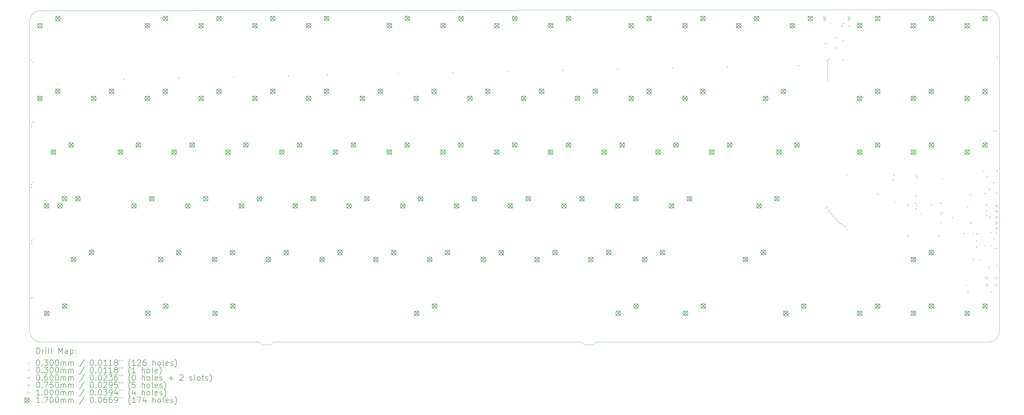
<source format=gbr>
%TF.GenerationSoftware,KiCad,Pcbnew,8.99.0-2206-gee77d06be7*%
%TF.CreationDate,2024-10-02T02:55:51+07:00*%
%TF.ProjectId,RadianceTKL,52616469-616e-4636-9554-4b4c2e6b6963,rev?*%
%TF.SameCoordinates,Original*%
%TF.FileFunction,Drillmap*%
%TF.FilePolarity,Positive*%
%FSLAX45Y45*%
G04 Gerber Fmt 4.5, Leading zero omitted, Abs format (unit mm)*
G04 Created by KiCad (PCBNEW 8.99.0-2206-gee77d06be7) date 2024-10-02 02:55:51*
%MOMM*%
%LPD*%
G01*
G04 APERTURE LIST*
%ADD10C,0.050000*%
%ADD11C,0.200000*%
%ADD12C,0.100000*%
%ADD13C,0.170000*%
G04 APERTURE END LIST*
D10*
X74250000Y71275000D02*
G75*
G02*
X74650000Y71675000I400000J0D01*
G01*
X74650000Y59925000D02*
G75*
G02*
X74250000Y60325000I0J400000D01*
G01*
X108625000Y60325000D02*
G75*
G02*
X108225000Y59925000I-400000J0D01*
G01*
X108225000Y71700000D02*
G75*
G02*
X108625000Y71300000I0J-400000D01*
G01*
X74650000Y59925000D02*
X82375000Y59925000D01*
X108625000Y60325000D02*
X108625000Y71300000D01*
X74250000Y71275000D02*
X74250000Y60325000D01*
X108225000Y71700000D02*
X74650000Y71675000D01*
X82900000Y59925000D02*
X93812500Y59925000D01*
X82475000Y59825000D02*
X82800000Y59825000D01*
X93912500Y59825000D02*
X93812500Y59925000D01*
X82475000Y59825000D02*
X82375000Y59925000D01*
X94337500Y59925000D02*
X108225000Y59925000D01*
X94237500Y59825000D02*
X94337500Y59925000D01*
X82800000Y59825000D02*
X82900000Y59925000D01*
X93912500Y59825000D02*
X94237500Y59825000D01*
D11*
D12*
X74305000Y69945000D02*
X74335000Y69915000D01*
X74335000Y69945000D02*
X74305000Y69915000D01*
X74305000Y67667500D02*
X74335000Y67637500D01*
X74335000Y67667500D02*
X74305000Y67637500D01*
X74305000Y67575000D02*
X74335000Y67545000D01*
X74335000Y67575000D02*
X74305000Y67545000D01*
X74305000Y65530000D02*
X74335000Y65500000D01*
X74335000Y65530000D02*
X74305000Y65500000D01*
X74305000Y65417500D02*
X74335000Y65387500D01*
X74335000Y65417500D02*
X74305000Y65387500D01*
X74305000Y61507500D02*
X74335000Y61477500D01*
X74335000Y61507500D02*
X74305000Y61477500D01*
X74307500Y63532500D02*
X74337500Y63502500D01*
X74337500Y63532500D02*
X74307500Y63502500D01*
X74307500Y63435000D02*
X74337500Y63405000D01*
X74337500Y63435000D02*
X74307500Y63405000D01*
X74355000Y69857500D02*
X74385000Y69827500D01*
X74385000Y69857500D02*
X74355000Y69827500D01*
X74358559Y65604829D02*
X74388559Y65574829D01*
X74388559Y65604829D02*
X74358559Y65574829D01*
X74363572Y61520515D02*
X74393572Y61490515D01*
X74393572Y61520515D02*
X74363572Y61490515D01*
X74365000Y67752500D02*
X74395000Y67722500D01*
X74395000Y67752500D02*
X74365000Y67722500D01*
X74375000Y63606500D02*
X74405000Y63576500D01*
X74405000Y63606500D02*
X74375000Y63576500D01*
X75240000Y69100000D02*
X75270000Y69070000D01*
X75270000Y69100000D02*
X75240000Y69070000D01*
X77574500Y69260500D02*
X77604500Y69230500D01*
X77604500Y69260500D02*
X77574500Y69230500D01*
X79517000Y69298000D02*
X79547000Y69268000D01*
X79547000Y69298000D02*
X79517000Y69268000D01*
X81464500Y69340500D02*
X81494500Y69310500D01*
X81494500Y69340500D02*
X81464500Y69310500D01*
X83407000Y69378000D02*
X83437000Y69348000D01*
X83437000Y69378000D02*
X83407000Y69348000D01*
X84790000Y69417500D02*
X84820000Y69387500D01*
X84820000Y69417500D02*
X84790000Y69387500D01*
X87298250Y69459250D02*
X87328250Y69429250D01*
X87328250Y69459250D02*
X87298250Y69429250D01*
X89243250Y69499250D02*
X89273250Y69469250D01*
X89273250Y69499250D02*
X89243250Y69469250D01*
X91192500Y69537500D02*
X91222500Y69507500D01*
X91222500Y69537500D02*
X91192500Y69507500D01*
X93133250Y69579250D02*
X93163250Y69549250D01*
X93163250Y69579250D02*
X93133250Y69549250D01*
X95078250Y69619250D02*
X95108250Y69589250D01*
X95108250Y69619250D02*
X95078250Y69589250D01*
X97023250Y69659250D02*
X97053250Y69629250D01*
X97053250Y69659250D02*
X97023250Y69629250D01*
X98968250Y69699250D02*
X98998250Y69669250D01*
X98998250Y69699250D02*
X98968250Y69669250D01*
X101491500Y69746000D02*
X101521500Y69716000D01*
X101521500Y69746000D02*
X101491500Y69716000D01*
X102407500Y70522500D02*
X102437500Y70492500D01*
X102437500Y70522500D02*
X102407500Y70492500D01*
X102442019Y64674519D02*
X102472019Y64644519D01*
X102472019Y64674519D02*
X102442019Y64644519D01*
X102472500Y70522500D02*
X102502500Y70492500D01*
X102502500Y70522500D02*
X102472500Y70492500D01*
X102487981Y64720481D02*
X102517981Y64690481D01*
X102517981Y64720481D02*
X102487981Y64690481D01*
X102512500Y69920659D02*
X102542500Y69890659D01*
X102542500Y69920659D02*
X102512500Y69890659D01*
X102512500Y69860659D02*
X102542500Y69830659D01*
X102542500Y69860659D02*
X102512500Y69830659D01*
X102512500Y69749793D02*
X102542500Y69719793D01*
X102542500Y69749793D02*
X102512500Y69719793D01*
X102512500Y69689793D02*
X102542500Y69659793D01*
X102542500Y69689793D02*
X102512500Y69659793D01*
X102512500Y69629792D02*
X102542500Y69599792D01*
X102542500Y69629792D02*
X102512500Y69599792D01*
X102512500Y69569792D02*
X102542500Y69539792D01*
X102542500Y69569792D02*
X102512500Y69539792D01*
X102512500Y69509792D02*
X102542500Y69479792D01*
X102542500Y69509792D02*
X102512500Y69479792D01*
X102512500Y69324948D02*
X102542500Y69294948D01*
X102542500Y69324948D02*
X102512500Y69294948D01*
X102512500Y69264948D02*
X102542500Y69234948D01*
X102542500Y69264948D02*
X102512500Y69234948D01*
X102514555Y69384914D02*
X102544555Y69354914D01*
X102544555Y69384914D02*
X102514555Y69354914D01*
X102515000Y69205000D02*
X102545000Y69175000D01*
X102545000Y69205000D02*
X102515000Y69175000D01*
X102517500Y69450000D02*
X102547500Y69420000D01*
X102547500Y69450000D02*
X102517500Y69420000D01*
X102535461Y69805226D02*
X102565461Y69775226D01*
X102565461Y69805226D02*
X102535461Y69775226D01*
X102542500Y64616005D02*
X102572500Y64586005D01*
X102572500Y64616005D02*
X102542500Y64586005D01*
X102574271Y69962766D02*
X102604271Y69932766D01*
X102604271Y69962766D02*
X102574271Y69932766D01*
X102581453Y64566005D02*
X102611453Y64536005D01*
X102611453Y64566005D02*
X102581453Y64536005D01*
X102605000Y71232500D02*
X102635000Y71202500D01*
X102635000Y71232500D02*
X102605000Y71202500D01*
X102624262Y64512500D02*
X102654262Y64482500D01*
X102654262Y64512500D02*
X102624262Y64482500D01*
X102665000Y64466005D02*
X102695000Y64436005D01*
X102695000Y64466005D02*
X102665000Y64436005D01*
X102705610Y64412500D02*
X102735610Y64382500D01*
X102735610Y64412500D02*
X102705610Y64382500D01*
X102742568Y64365233D02*
X102772568Y64335233D01*
X102772568Y64365233D02*
X102742568Y64335233D01*
X102790651Y64316005D02*
X102820651Y64286005D01*
X102820651Y64316005D02*
X102790651Y64286005D01*
X102827500Y64266005D02*
X102857500Y64236005D01*
X102857500Y64266005D02*
X102827500Y64236005D01*
X102830000Y70725000D02*
X102860000Y70695000D01*
X102860000Y70725000D02*
X102830000Y70695000D01*
X102830000Y70367500D02*
X102860000Y70337500D01*
X102860000Y70367500D02*
X102830000Y70337500D01*
X102875972Y64215000D02*
X102905972Y64185000D01*
X102905972Y64215000D02*
X102875972Y64185000D01*
X102928727Y64175000D02*
X102958727Y64145000D01*
X102958727Y64175000D02*
X102928727Y64145000D01*
X102986422Y64135000D02*
X103016422Y64105000D01*
X103016422Y64135000D02*
X102986422Y64105000D01*
X103025000Y71145000D02*
X103055000Y71115000D01*
X103055000Y71145000D02*
X103025000Y71115000D01*
X103036281Y64095000D02*
X103066281Y64065000D01*
X103066281Y64095000D02*
X103036281Y64065000D01*
X103067500Y70625000D02*
X103097500Y70595000D01*
X103097500Y70625000D02*
X103067500Y70595000D01*
X103070000Y69947500D02*
X103100000Y69917500D01*
X103100000Y69947500D02*
X103070000Y69917500D01*
X103085000Y71240000D02*
X103115000Y71210000D01*
X103115000Y71240000D02*
X103085000Y71210000D01*
X103096117Y64055000D02*
X103126117Y64025000D01*
X103126117Y64055000D02*
X103096117Y64025000D01*
X103147500Y64015000D02*
X103177500Y63985000D01*
X103177500Y64015000D02*
X103147500Y63985000D01*
X103197500Y65875000D02*
X103227500Y65845000D01*
X103227500Y65875000D02*
X103197500Y65845000D01*
X103200351Y63921903D02*
X103230351Y63891903D01*
X103230351Y63921903D02*
X103200351Y63891903D01*
X103262500Y71142500D02*
X103292500Y71112500D01*
X103292500Y71142500D02*
X103262500Y71112500D01*
X104290000Y65180000D02*
X104320000Y65150000D01*
X104320000Y65180000D02*
X104290000Y65150000D01*
X104842500Y65695000D02*
X104872500Y65665000D01*
X104872500Y65695000D02*
X104842500Y65665000D01*
X104868000Y65852000D02*
X104898000Y65822000D01*
X104898000Y65852000D02*
X104868000Y65822000D01*
X104895000Y64887500D02*
X104925000Y64857500D01*
X104925000Y64887500D02*
X104895000Y64857500D01*
X105362500Y63702500D02*
X105392500Y63672500D01*
X105392500Y63702500D02*
X105362500Y63672500D01*
X105367000Y64792000D02*
X105397000Y64762000D01*
X105397000Y64792000D02*
X105367000Y64762000D01*
X105625000Y64862500D02*
X105655000Y64832500D01*
X105655000Y64862500D02*
X105625000Y64832500D01*
X105627500Y65832250D02*
X105657500Y65802250D01*
X105657500Y65832250D02*
X105627500Y65802250D01*
X105639645Y65104645D02*
X105669645Y65074645D01*
X105669645Y65104645D02*
X105639645Y65074645D01*
X105652500Y64670000D02*
X105682500Y64640000D01*
X105682500Y64670000D02*
X105652500Y64640000D01*
X105670000Y64775000D02*
X105700000Y64745000D01*
X105700000Y64775000D02*
X105670000Y64745000D01*
X105689645Y65782250D02*
X105719645Y65752250D01*
X105719645Y65782250D02*
X105689645Y65752250D01*
X105843000Y64492000D02*
X105873000Y64462000D01*
X105873000Y64492000D02*
X105843000Y64462000D01*
X106195000Y64800000D02*
X106225000Y64770000D01*
X106225000Y64800000D02*
X106195000Y64770000D01*
X106452500Y63702500D02*
X106482500Y63672500D01*
X106482500Y63702500D02*
X106452500Y63672500D01*
X106520000Y64465000D02*
X106550000Y64435000D01*
X106550000Y64465000D02*
X106520000Y64435000D01*
X106522500Y64862500D02*
X106552500Y64832500D01*
X106552500Y64862500D02*
X106522500Y64832500D01*
X106522500Y64172500D02*
X106552500Y64142500D01*
X106552500Y64172500D02*
X106522500Y64142500D01*
X106572500Y64516005D02*
X106602500Y64486005D01*
X106602500Y64516005D02*
X106572500Y64486005D01*
X106575000Y65725000D02*
X106605000Y65695000D01*
X106605000Y65725000D02*
X106575000Y65695000D01*
X106943000Y64347000D02*
X106973000Y64317000D01*
X106973000Y64347000D02*
X106943000Y64317000D01*
X107350000Y63785000D02*
X107380000Y63755000D01*
X107380000Y63785000D02*
X107350000Y63755000D01*
X107407500Y61952500D02*
X107437500Y61922500D01*
X107437500Y61952500D02*
X107407500Y61922500D01*
X107484099Y64720000D02*
X107514099Y64690000D01*
X107514099Y64720000D02*
X107484099Y64690000D01*
X107487500Y61712500D02*
X107517500Y61682500D01*
X107517500Y61712500D02*
X107487500Y61682500D01*
X107580000Y65162500D02*
X107610000Y65132500D01*
X107610000Y65162500D02*
X107580000Y65132500D01*
X107590000Y64160000D02*
X107620000Y64130000D01*
X107620000Y64160000D02*
X107590000Y64130000D01*
X107667500Y63792500D02*
X107697500Y63762500D01*
X107697500Y63792500D02*
X107667500Y63762500D01*
X107685000Y62873000D02*
X107715000Y62843000D01*
X107715000Y62873000D02*
X107685000Y62843000D01*
X107793000Y63530000D02*
X107823000Y63500000D01*
X107823000Y63530000D02*
X107793000Y63500000D01*
X107799000Y63301000D02*
X107829000Y63271000D01*
X107829000Y63301000D02*
X107799000Y63271000D01*
X107804000Y63778000D02*
X107834000Y63748000D01*
X107834000Y63778000D02*
X107804000Y63748000D01*
X107899000Y62836000D02*
X107929000Y62806000D01*
X107929000Y62836000D02*
X107899000Y62806000D01*
X108027500Y66005000D02*
X108057500Y65975000D01*
X108057500Y66005000D02*
X108027500Y65975000D01*
X108096000Y63350000D02*
X108126000Y63320000D01*
X108126000Y63350000D02*
X108096000Y63320000D01*
X108100000Y65210000D02*
X108130000Y65180000D01*
X108130000Y65210000D02*
X108100000Y65180000D01*
X108150000Y65825000D02*
X108180000Y65795000D01*
X108180000Y65825000D02*
X108150000Y65795000D01*
X108150000Y64795000D02*
X108180000Y64765000D01*
X108180000Y64795000D02*
X108150000Y64765000D01*
X108150000Y64597500D02*
X108180000Y64567500D01*
X108180000Y64597500D02*
X108150000Y64567500D01*
X108150000Y64421789D02*
X108180000Y64391789D01*
X108180000Y64421789D02*
X108150000Y64391789D01*
X108200000Y65780000D02*
X108230000Y65750000D01*
X108230000Y65780000D02*
X108200000Y65750000D01*
X108240000Y62600000D02*
X108270000Y62570000D01*
X108270000Y62600000D02*
X108240000Y62570000D01*
X108250000Y65353000D02*
X108280000Y65323000D01*
X108280000Y65353000D02*
X108250000Y65323000D01*
X108272500Y64370000D02*
X108302500Y64340000D01*
X108302500Y64370000D02*
X108272500Y64340000D01*
X108290000Y63348500D02*
X108320000Y63318500D01*
X108320000Y63348500D02*
X108290000Y63318500D01*
X108310000Y63825000D02*
X108340000Y63795000D01*
X108340000Y63825000D02*
X108310000Y63795000D01*
X108320000Y61710000D02*
X108350000Y61680000D01*
X108350000Y61710000D02*
X108320000Y61680000D01*
X108386000Y67424000D02*
X108416000Y67394000D01*
X108416000Y67424000D02*
X108386000Y67394000D01*
X108402500Y65592500D02*
X108432500Y65562500D01*
X108432500Y65592500D02*
X108402500Y65562500D01*
X108407500Y63597500D02*
X108437500Y63567500D01*
X108437500Y63597500D02*
X108407500Y63567500D01*
X108485000Y67422500D02*
X108515000Y67392500D01*
X108515000Y67422500D02*
X108485000Y67392500D01*
X108495000Y63265000D02*
X108525000Y63235000D01*
X108525000Y63265000D02*
X108495000Y63235000D01*
X108505000Y65232500D02*
X108535000Y65202500D01*
X108535000Y65232500D02*
X108505000Y65202500D01*
X108505000Y63820000D02*
X108535000Y63790000D01*
X108535000Y63820000D02*
X108505000Y63790000D01*
X108512500Y62657500D02*
X108542500Y62627500D01*
X108542500Y62657500D02*
X108512500Y62627500D01*
X108524000Y66010000D02*
X108554000Y65980000D01*
X108554000Y66010000D02*
X108524000Y65980000D01*
X108527500Y70055000D02*
X108557500Y70025000D01*
X108557500Y70055000D02*
X108527500Y70025000D01*
X76466060Y63225000D02*
G75*
G02*
X76436060Y63225000I-15000J0D01*
G01*
X76436060Y63225000D02*
G75*
G02*
X76466060Y63225000I15000J0D01*
G01*
X102428000Y71423500D02*
X102428000Y71363500D01*
X102398000Y71393500D02*
X102458000Y71393500D01*
X102398000Y71448500D02*
X102398000Y71338500D01*
X102458000Y71338500D02*
G75*
G02*
X102398000Y71338500I-30000J0D01*
G01*
X102458000Y71338500D02*
X102458000Y71448500D01*
X102458000Y71448500D02*
G75*
G03*
X102398000Y71448500I-30000J0D01*
G01*
X103292000Y71423500D02*
X103292000Y71363500D01*
X103262000Y71393500D02*
X103322000Y71393500D01*
X103262000Y71448500D02*
X103262000Y71338500D01*
X103322000Y71338500D02*
G75*
G02*
X103262000Y71338500I-30000J0D01*
G01*
X103322000Y71338500D02*
X103322000Y71448500D01*
X103322000Y71448500D02*
G75*
G03*
X103262000Y71448500I-30000J0D01*
G01*
X108541517Y64728483D02*
X108541517Y64781517D01*
X108488483Y64781517D01*
X108488483Y64728483D01*
X108541517Y64728483D01*
X108541517Y64528483D02*
X108541517Y64581517D01*
X108488483Y64581517D01*
X108488483Y64528483D01*
X108541517Y64528483D01*
X108541517Y64328483D02*
X108541517Y64381517D01*
X108488483Y64381517D01*
X108488483Y64328483D01*
X108541517Y64328483D01*
X108541517Y64128483D02*
X108541517Y64181517D01*
X108488483Y64181517D01*
X108488483Y64128483D01*
X108541517Y64128483D01*
X108541517Y63928483D02*
X108541517Y63981517D01*
X108488483Y63981517D01*
X108488483Y63928483D01*
X108541517Y63928483D01*
X108168500Y62140000D02*
X108218500Y62190000D01*
X108168500Y62240000D01*
X108118500Y62190000D01*
X108168500Y62140000D01*
X108168500Y61890000D02*
X108218500Y61940000D01*
X108168500Y61990000D01*
X108118500Y61940000D01*
X108168500Y61890000D01*
X108500500Y62139000D02*
X108550500Y62189000D01*
X108500500Y62239000D01*
X108450500Y62189000D01*
X108500500Y62139000D01*
X108500500Y61889000D02*
X108550500Y61939000D01*
X108500500Y61989000D01*
X108450500Y61939000D01*
X108500500Y61889000D01*
D13*
X74533000Y68645000D02*
X74703000Y68475000D01*
X74703000Y68645000D02*
X74533000Y68475000D01*
X74703000Y68560000D02*
G75*
G02*
X74533000Y68560000I-85000J0D01*
G01*
X74533000Y68560000D02*
G75*
G02*
X74703000Y68560000I85000J0D01*
G01*
X74535000Y71224000D02*
X74705000Y71054000D01*
X74705000Y71224000D02*
X74535000Y71054000D01*
X74705000Y71139000D02*
G75*
G02*
X74535000Y71139000I-85000J0D01*
G01*
X74535000Y71139000D02*
G75*
G02*
X74705000Y71139000I85000J0D01*
G01*
X74771100Y64835000D02*
X74941100Y64665000D01*
X74941100Y64835000D02*
X74771100Y64665000D01*
X74941100Y64750000D02*
G75*
G02*
X74771100Y64750000I-85000J0D01*
G01*
X74771100Y64750000D02*
G75*
G02*
X74941100Y64750000I85000J0D01*
G01*
X74778000Y61026000D02*
X74948000Y60856000D01*
X74948000Y61026000D02*
X74778000Y60856000D01*
X74948000Y60941000D02*
G75*
G02*
X74778000Y60941000I-85000J0D01*
G01*
X74778000Y60941000D02*
G75*
G02*
X74948000Y60941000I85000J0D01*
G01*
X75009300Y66740000D02*
X75179300Y66570000D01*
X75179300Y66740000D02*
X75009300Y66570000D01*
X75179300Y66655000D02*
G75*
G02*
X75009300Y66655000I-85000J0D01*
G01*
X75009300Y66655000D02*
G75*
G02*
X75179300Y66655000I85000J0D01*
G01*
X75168000Y68899000D02*
X75338000Y68729000D01*
X75338000Y68899000D02*
X75168000Y68729000D01*
X75338000Y68814000D02*
G75*
G02*
X75168000Y68814000I-85000J0D01*
G01*
X75168000Y68814000D02*
G75*
G02*
X75338000Y68814000I85000J0D01*
G01*
X75170000Y71478000D02*
X75340000Y71308000D01*
X75340000Y71478000D02*
X75170000Y71308000D01*
X75340000Y71393000D02*
G75*
G02*
X75170000Y71393000I-85000J0D01*
G01*
X75170000Y71393000D02*
G75*
G02*
X75340000Y71393000I85000J0D01*
G01*
X75247400Y64835000D02*
X75417400Y64665000D01*
X75417400Y64835000D02*
X75247400Y64665000D01*
X75417400Y64750000D02*
G75*
G02*
X75247400Y64750000I-85000J0D01*
G01*
X75247400Y64750000D02*
G75*
G02*
X75417400Y64750000I85000J0D01*
G01*
X75406100Y65089000D02*
X75576100Y64919000D01*
X75576100Y65089000D02*
X75406100Y64919000D01*
X75576100Y65004000D02*
G75*
G02*
X75406100Y65004000I-85000J0D01*
G01*
X75406100Y65004000D02*
G75*
G02*
X75576100Y65004000I85000J0D01*
G01*
X75413000Y61280000D02*
X75583000Y61110000D01*
X75583000Y61280000D02*
X75413000Y61110000D01*
X75583000Y61195000D02*
G75*
G02*
X75413000Y61195000I-85000J0D01*
G01*
X75413000Y61195000D02*
G75*
G02*
X75583000Y61195000I85000J0D01*
G01*
X75644300Y66994000D02*
X75814300Y66824000D01*
X75814300Y66994000D02*
X75644300Y66824000D01*
X75814300Y66909000D02*
G75*
G02*
X75644300Y66909000I-85000J0D01*
G01*
X75644300Y66909000D02*
G75*
G02*
X75814300Y66909000I85000J0D01*
G01*
X75731060Y62930000D02*
X75901060Y62760000D01*
X75901060Y62930000D02*
X75731060Y62760000D01*
X75901060Y62845000D02*
G75*
G02*
X75731060Y62845000I-85000J0D01*
G01*
X75731060Y62845000D02*
G75*
G02*
X75901060Y62845000I85000J0D01*
G01*
X75882400Y65089000D02*
X76052400Y64919000D01*
X76052400Y65089000D02*
X75882400Y64919000D01*
X76052400Y65004000D02*
G75*
G02*
X75882400Y65004000I-85000J0D01*
G01*
X75882400Y65004000D02*
G75*
G02*
X76052400Y65004000I85000J0D01*
G01*
X76366060Y63184000D02*
X76536060Y63014000D01*
X76536060Y63184000D02*
X76366060Y63014000D01*
X76536060Y63099000D02*
G75*
G02*
X76366060Y63099000I-85000J0D01*
G01*
X76366060Y63099000D02*
G75*
G02*
X76536060Y63099000I85000J0D01*
G01*
X76438000Y68645000D02*
X76608000Y68475000D01*
X76608000Y68645000D02*
X76438000Y68475000D01*
X76608000Y68560000D02*
G75*
G02*
X76438000Y68560000I-85000J0D01*
G01*
X76438000Y68560000D02*
G75*
G02*
X76608000Y68560000I85000J0D01*
G01*
X77073000Y68899000D02*
X77243000Y68729000D01*
X77243000Y68899000D02*
X77073000Y68729000D01*
X77243000Y68814000D02*
G75*
G02*
X77073000Y68814000I-85000J0D01*
G01*
X77073000Y68814000D02*
G75*
G02*
X77243000Y68814000I85000J0D01*
G01*
X77390500Y66740000D02*
X77560500Y66570000D01*
X77560500Y66740000D02*
X77390500Y66570000D01*
X77560500Y66655000D02*
G75*
G02*
X77390500Y66655000I-85000J0D01*
G01*
X77390500Y66655000D02*
G75*
G02*
X77560500Y66655000I85000J0D01*
G01*
X77866750Y64835000D02*
X78036750Y64665000D01*
X78036750Y64835000D02*
X77866750Y64665000D01*
X78036750Y64750000D02*
G75*
G02*
X77866750Y64750000I-85000J0D01*
G01*
X77866750Y64750000D02*
G75*
G02*
X78036750Y64750000I85000J0D01*
G01*
X78025500Y66994000D02*
X78195500Y66824000D01*
X78195500Y66994000D02*
X78025500Y66824000D01*
X78195500Y66909000D02*
G75*
G02*
X78025500Y66909000I-85000J0D01*
G01*
X78025500Y66909000D02*
G75*
G02*
X78195500Y66909000I85000J0D01*
G01*
X78343000Y68645000D02*
X78513000Y68475000D01*
X78513000Y68645000D02*
X78343000Y68475000D01*
X78513000Y68560000D02*
G75*
G02*
X78343000Y68560000I-85000J0D01*
G01*
X78343000Y68560000D02*
G75*
G02*
X78513000Y68560000I85000J0D01*
G01*
X78344000Y71225000D02*
X78514000Y71055000D01*
X78514000Y71225000D02*
X78344000Y71055000D01*
X78514000Y71140000D02*
G75*
G02*
X78344000Y71140000I-85000J0D01*
G01*
X78344000Y71140000D02*
G75*
G02*
X78514000Y71140000I85000J0D01*
G01*
X78359400Y61026000D02*
X78529400Y60856000D01*
X78529400Y61026000D02*
X78359400Y60856000D01*
X78529400Y60941000D02*
G75*
G02*
X78359400Y60941000I-85000J0D01*
G01*
X78359400Y60941000D02*
G75*
G02*
X78529400Y60941000I85000J0D01*
G01*
X78501750Y65089000D02*
X78671750Y64919000D01*
X78671750Y65089000D02*
X78501750Y64919000D01*
X78671750Y65004000D02*
G75*
G02*
X78501750Y65004000I-85000J0D01*
G01*
X78501750Y65004000D02*
G75*
G02*
X78671750Y65004000I85000J0D01*
G01*
X78819250Y62930000D02*
X78989250Y62760000D01*
X78989250Y62930000D02*
X78819250Y62760000D01*
X78989250Y62845000D02*
G75*
G02*
X78819250Y62845000I-85000J0D01*
G01*
X78819250Y62845000D02*
G75*
G02*
X78989250Y62845000I85000J0D01*
G01*
X78978000Y68899000D02*
X79148000Y68729000D01*
X79148000Y68899000D02*
X78978000Y68729000D01*
X79148000Y68814000D02*
G75*
G02*
X78978000Y68814000I-85000J0D01*
G01*
X78978000Y68814000D02*
G75*
G02*
X79148000Y68814000I85000J0D01*
G01*
X78979000Y71479000D02*
X79149000Y71309000D01*
X79149000Y71479000D02*
X78979000Y71309000D01*
X79149000Y71394000D02*
G75*
G02*
X78979000Y71394000I-85000J0D01*
G01*
X78979000Y71394000D02*
G75*
G02*
X79149000Y71394000I85000J0D01*
G01*
X78994400Y61280000D02*
X79164400Y61110000D01*
X79164400Y61280000D02*
X78994400Y61110000D01*
X79164400Y61195000D02*
G75*
G02*
X78994400Y61195000I-85000J0D01*
G01*
X78994400Y61195000D02*
G75*
G02*
X79164400Y61195000I85000J0D01*
G01*
X79295500Y66740000D02*
X79465500Y66570000D01*
X79465500Y66740000D02*
X79295500Y66570000D01*
X79465500Y66655000D02*
G75*
G02*
X79295500Y66655000I-85000J0D01*
G01*
X79295500Y66655000D02*
G75*
G02*
X79465500Y66655000I85000J0D01*
G01*
X79454250Y63184000D02*
X79624250Y63014000D01*
X79624250Y63184000D02*
X79454250Y63014000D01*
X79624250Y63099000D02*
G75*
G02*
X79454250Y63099000I-85000J0D01*
G01*
X79454250Y63099000D02*
G75*
G02*
X79624250Y63099000I85000J0D01*
G01*
X79771750Y64835000D02*
X79941750Y64665000D01*
X79941750Y64835000D02*
X79771750Y64665000D01*
X79941750Y64750000D02*
G75*
G02*
X79771750Y64750000I-85000J0D01*
G01*
X79771750Y64750000D02*
G75*
G02*
X79941750Y64750000I85000J0D01*
G01*
X79930500Y66994000D02*
X80100500Y66824000D01*
X80100500Y66994000D02*
X79930500Y66824000D01*
X80100500Y66909000D02*
G75*
G02*
X79930500Y66909000I-85000J0D01*
G01*
X79930500Y66909000D02*
G75*
G02*
X80100500Y66909000I85000J0D01*
G01*
X80248000Y68645000D02*
X80418000Y68475000D01*
X80418000Y68645000D02*
X80248000Y68475000D01*
X80418000Y68560000D02*
G75*
G02*
X80248000Y68560000I-85000J0D01*
G01*
X80248000Y68560000D02*
G75*
G02*
X80418000Y68560000I85000J0D01*
G01*
X80249000Y71225000D02*
X80419000Y71055000D01*
X80419000Y71225000D02*
X80249000Y71055000D01*
X80419000Y71140000D02*
G75*
G02*
X80249000Y71140000I-85000J0D01*
G01*
X80249000Y71140000D02*
G75*
G02*
X80419000Y71140000I85000J0D01*
G01*
X80406750Y65089000D02*
X80576750Y64919000D01*
X80576750Y65089000D02*
X80406750Y64919000D01*
X80576750Y65004000D02*
G75*
G02*
X80406750Y65004000I-85000J0D01*
G01*
X80406750Y65004000D02*
G75*
G02*
X80576750Y65004000I85000J0D01*
G01*
X80724250Y62930000D02*
X80894250Y62760000D01*
X80894250Y62930000D02*
X80724250Y62760000D01*
X80894250Y62845000D02*
G75*
G02*
X80724250Y62845000I-85000J0D01*
G01*
X80724250Y62845000D02*
G75*
G02*
X80894250Y62845000I85000J0D01*
G01*
X80740650Y61026000D02*
X80910650Y60856000D01*
X80910650Y61026000D02*
X80740650Y60856000D01*
X80910650Y60941000D02*
G75*
G02*
X80740650Y60941000I-85000J0D01*
G01*
X80740650Y60941000D02*
G75*
G02*
X80910650Y60941000I85000J0D01*
G01*
X80883000Y68899000D02*
X81053000Y68729000D01*
X81053000Y68899000D02*
X80883000Y68729000D01*
X81053000Y68814000D02*
G75*
G02*
X80883000Y68814000I-85000J0D01*
G01*
X80883000Y68814000D02*
G75*
G02*
X81053000Y68814000I85000J0D01*
G01*
X80884000Y71479000D02*
X81054000Y71309000D01*
X81054000Y71479000D02*
X80884000Y71309000D01*
X81054000Y71394000D02*
G75*
G02*
X80884000Y71394000I-85000J0D01*
G01*
X80884000Y71394000D02*
G75*
G02*
X81054000Y71394000I85000J0D01*
G01*
X81200500Y66740000D02*
X81370500Y66570000D01*
X81370500Y66740000D02*
X81200500Y66570000D01*
X81370500Y66655000D02*
G75*
G02*
X81200500Y66655000I-85000J0D01*
G01*
X81200500Y66655000D02*
G75*
G02*
X81370500Y66655000I85000J0D01*
G01*
X81359250Y63184000D02*
X81529250Y63014000D01*
X81529250Y63184000D02*
X81359250Y63014000D01*
X81529250Y63099000D02*
G75*
G02*
X81359250Y63099000I-85000J0D01*
G01*
X81359250Y63099000D02*
G75*
G02*
X81529250Y63099000I85000J0D01*
G01*
X81375650Y61280000D02*
X81545650Y61110000D01*
X81545650Y61280000D02*
X81375650Y61110000D01*
X81545650Y61195000D02*
G75*
G02*
X81375650Y61195000I-85000J0D01*
G01*
X81375650Y61195000D02*
G75*
G02*
X81545650Y61195000I85000J0D01*
G01*
X81676750Y64835000D02*
X81846750Y64665000D01*
X81846750Y64835000D02*
X81676750Y64665000D01*
X81846750Y64750000D02*
G75*
G02*
X81676750Y64750000I-85000J0D01*
G01*
X81676750Y64750000D02*
G75*
G02*
X81846750Y64750000I85000J0D01*
G01*
X81835500Y66994000D02*
X82005500Y66824000D01*
X82005500Y66994000D02*
X81835500Y66824000D01*
X82005500Y66909000D02*
G75*
G02*
X81835500Y66909000I-85000J0D01*
G01*
X81835500Y66909000D02*
G75*
G02*
X82005500Y66909000I85000J0D01*
G01*
X82153000Y68645000D02*
X82323000Y68475000D01*
X82323000Y68645000D02*
X82153000Y68475000D01*
X82323000Y68560000D02*
G75*
G02*
X82153000Y68560000I-85000J0D01*
G01*
X82153000Y68560000D02*
G75*
G02*
X82323000Y68560000I85000J0D01*
G01*
X82154000Y71225000D02*
X82324000Y71055000D01*
X82324000Y71225000D02*
X82154000Y71055000D01*
X82324000Y71140000D02*
G75*
G02*
X82154000Y71140000I-85000J0D01*
G01*
X82154000Y71140000D02*
G75*
G02*
X82324000Y71140000I85000J0D01*
G01*
X82311750Y65089000D02*
X82481750Y64919000D01*
X82481750Y65089000D02*
X82311750Y64919000D01*
X82481750Y65004000D02*
G75*
G02*
X82311750Y65004000I-85000J0D01*
G01*
X82311750Y65004000D02*
G75*
G02*
X82481750Y65004000I85000J0D01*
G01*
X82629250Y62930000D02*
X82799250Y62760000D01*
X82799250Y62930000D02*
X82629250Y62760000D01*
X82799250Y62845000D02*
G75*
G02*
X82629250Y62845000I-85000J0D01*
G01*
X82629250Y62845000D02*
G75*
G02*
X82799250Y62845000I85000J0D01*
G01*
X82788000Y68899000D02*
X82958000Y68729000D01*
X82958000Y68899000D02*
X82788000Y68729000D01*
X82958000Y68814000D02*
G75*
G02*
X82788000Y68814000I-85000J0D01*
G01*
X82788000Y68814000D02*
G75*
G02*
X82958000Y68814000I85000J0D01*
G01*
X82789000Y71479000D02*
X82959000Y71309000D01*
X82959000Y71479000D02*
X82789000Y71309000D01*
X82959000Y71394000D02*
G75*
G02*
X82789000Y71394000I-85000J0D01*
G01*
X82789000Y71394000D02*
G75*
G02*
X82959000Y71394000I85000J0D01*
G01*
X83105500Y66740000D02*
X83275500Y66570000D01*
X83275500Y66740000D02*
X83105500Y66570000D01*
X83275500Y66655000D02*
G75*
G02*
X83105500Y66655000I-85000J0D01*
G01*
X83105500Y66655000D02*
G75*
G02*
X83275500Y66655000I85000J0D01*
G01*
X83264250Y63184000D02*
X83434250Y63014000D01*
X83434250Y63184000D02*
X83264250Y63014000D01*
X83434250Y63099000D02*
G75*
G02*
X83264250Y63099000I-85000J0D01*
G01*
X83264250Y63099000D02*
G75*
G02*
X83434250Y63099000I85000J0D01*
G01*
X83581750Y64835000D02*
X83751750Y64665000D01*
X83751750Y64835000D02*
X83581750Y64665000D01*
X83751750Y64750000D02*
G75*
G02*
X83581750Y64750000I-85000J0D01*
G01*
X83581750Y64750000D02*
G75*
G02*
X83751750Y64750000I85000J0D01*
G01*
X83740500Y66994000D02*
X83910500Y66824000D01*
X83910500Y66994000D02*
X83740500Y66824000D01*
X83910500Y66909000D02*
G75*
G02*
X83740500Y66909000I-85000J0D01*
G01*
X83740500Y66909000D02*
G75*
G02*
X83910500Y66909000I85000J0D01*
G01*
X84058000Y68645000D02*
X84228000Y68475000D01*
X84228000Y68645000D02*
X84058000Y68475000D01*
X84228000Y68560000D02*
G75*
G02*
X84058000Y68560000I-85000J0D01*
G01*
X84058000Y68560000D02*
G75*
G02*
X84228000Y68560000I85000J0D01*
G01*
X84059000Y71225000D02*
X84229000Y71055000D01*
X84229000Y71225000D02*
X84059000Y71055000D01*
X84229000Y71140000D02*
G75*
G02*
X84059000Y71140000I-85000J0D01*
G01*
X84059000Y71140000D02*
G75*
G02*
X84229000Y71140000I85000J0D01*
G01*
X84216750Y65089000D02*
X84386750Y64919000D01*
X84386750Y65089000D02*
X84216750Y64919000D01*
X84386750Y65004000D02*
G75*
G02*
X84216750Y65004000I-85000J0D01*
G01*
X84216750Y65004000D02*
G75*
G02*
X84386750Y65004000I85000J0D01*
G01*
X84534250Y62930000D02*
X84704250Y62760000D01*
X84704250Y62930000D02*
X84534250Y62760000D01*
X84704250Y62845000D02*
G75*
G02*
X84534250Y62845000I-85000J0D01*
G01*
X84534250Y62845000D02*
G75*
G02*
X84704250Y62845000I85000J0D01*
G01*
X84693000Y68899000D02*
X84863000Y68729000D01*
X84863000Y68899000D02*
X84693000Y68729000D01*
X84863000Y68814000D02*
G75*
G02*
X84693000Y68814000I-85000J0D01*
G01*
X84693000Y68814000D02*
G75*
G02*
X84863000Y68814000I85000J0D01*
G01*
X84694000Y71479000D02*
X84864000Y71309000D01*
X84864000Y71479000D02*
X84694000Y71309000D01*
X84864000Y71394000D02*
G75*
G02*
X84694000Y71394000I-85000J0D01*
G01*
X84694000Y71394000D02*
G75*
G02*
X84864000Y71394000I85000J0D01*
G01*
X85010500Y66740000D02*
X85180500Y66570000D01*
X85180500Y66740000D02*
X85010500Y66570000D01*
X85180500Y66655000D02*
G75*
G02*
X85010500Y66655000I-85000J0D01*
G01*
X85010500Y66655000D02*
G75*
G02*
X85180500Y66655000I85000J0D01*
G01*
X85169250Y63184000D02*
X85339250Y63014000D01*
X85339250Y63184000D02*
X85169250Y63014000D01*
X85339250Y63099000D02*
G75*
G02*
X85169250Y63099000I-85000J0D01*
G01*
X85169250Y63099000D02*
G75*
G02*
X85339250Y63099000I85000J0D01*
G01*
X85486750Y64835000D02*
X85656750Y64665000D01*
X85656750Y64835000D02*
X85486750Y64665000D01*
X85656750Y64750000D02*
G75*
G02*
X85486750Y64750000I-85000J0D01*
G01*
X85486750Y64750000D02*
G75*
G02*
X85656750Y64750000I85000J0D01*
G01*
X85645500Y66994000D02*
X85815500Y66824000D01*
X85815500Y66994000D02*
X85645500Y66824000D01*
X85815500Y66909000D02*
G75*
G02*
X85645500Y66909000I-85000J0D01*
G01*
X85645500Y66909000D02*
G75*
G02*
X85815500Y66909000I85000J0D01*
G01*
X85963000Y68645000D02*
X86133000Y68475000D01*
X86133000Y68645000D02*
X85963000Y68475000D01*
X86133000Y68560000D02*
G75*
G02*
X85963000Y68560000I-85000J0D01*
G01*
X85963000Y68560000D02*
G75*
G02*
X86133000Y68560000I85000J0D01*
G01*
X86121750Y65089000D02*
X86291750Y64919000D01*
X86291750Y65089000D02*
X86121750Y64919000D01*
X86291750Y65004000D02*
G75*
G02*
X86121750Y65004000I-85000J0D01*
G01*
X86121750Y65004000D02*
G75*
G02*
X86291750Y65004000I85000J0D01*
G01*
X86439250Y62930000D02*
X86609250Y62760000D01*
X86609250Y62930000D02*
X86439250Y62760000D01*
X86609250Y62845000D02*
G75*
G02*
X86439250Y62845000I-85000J0D01*
G01*
X86439250Y62845000D02*
G75*
G02*
X86609250Y62845000I85000J0D01*
G01*
X86598000Y68899000D02*
X86768000Y68729000D01*
X86768000Y68899000D02*
X86598000Y68729000D01*
X86768000Y68814000D02*
G75*
G02*
X86598000Y68814000I-85000J0D01*
G01*
X86598000Y68814000D02*
G75*
G02*
X86768000Y68814000I85000J0D01*
G01*
X86915500Y66740000D02*
X87085500Y66570000D01*
X87085500Y66740000D02*
X86915500Y66570000D01*
X87085500Y66655000D02*
G75*
G02*
X86915500Y66655000I-85000J0D01*
G01*
X86915500Y66655000D02*
G75*
G02*
X87085500Y66655000I85000J0D01*
G01*
X86917000Y71225000D02*
X87087000Y71055000D01*
X87087000Y71225000D02*
X86917000Y71055000D01*
X87087000Y71140000D02*
G75*
G02*
X86917000Y71140000I-85000J0D01*
G01*
X86917000Y71140000D02*
G75*
G02*
X87087000Y71140000I85000J0D01*
G01*
X87074250Y63184000D02*
X87244250Y63014000D01*
X87244250Y63184000D02*
X87074250Y63014000D01*
X87244250Y63099000D02*
G75*
G02*
X87074250Y63099000I-85000J0D01*
G01*
X87074250Y63099000D02*
G75*
G02*
X87244250Y63099000I85000J0D01*
G01*
X87391750Y64835000D02*
X87561750Y64665000D01*
X87561750Y64835000D02*
X87391750Y64665000D01*
X87561750Y64750000D02*
G75*
G02*
X87391750Y64750000I-85000J0D01*
G01*
X87391750Y64750000D02*
G75*
G02*
X87561750Y64750000I85000J0D01*
G01*
X87550500Y66994000D02*
X87720500Y66824000D01*
X87720500Y66994000D02*
X87550500Y66824000D01*
X87720500Y66909000D02*
G75*
G02*
X87550500Y66909000I-85000J0D01*
G01*
X87550500Y66909000D02*
G75*
G02*
X87720500Y66909000I85000J0D01*
G01*
X87552000Y71479000D02*
X87722000Y71309000D01*
X87722000Y71479000D02*
X87552000Y71309000D01*
X87722000Y71394000D02*
G75*
G02*
X87552000Y71394000I-85000J0D01*
G01*
X87552000Y71394000D02*
G75*
G02*
X87722000Y71394000I85000J0D01*
G01*
X87868000Y68645000D02*
X88038000Y68475000D01*
X88038000Y68645000D02*
X87868000Y68475000D01*
X88038000Y68560000D02*
G75*
G02*
X87868000Y68560000I-85000J0D01*
G01*
X87868000Y68560000D02*
G75*
G02*
X88038000Y68560000I85000J0D01*
G01*
X87884400Y61026000D02*
X88054400Y60856000D01*
X88054400Y61026000D02*
X87884400Y60856000D01*
X88054400Y60941000D02*
G75*
G02*
X87884400Y60941000I-85000J0D01*
G01*
X87884400Y60941000D02*
G75*
G02*
X88054400Y60941000I85000J0D01*
G01*
X88026750Y65089000D02*
X88196750Y64919000D01*
X88196750Y65089000D02*
X88026750Y64919000D01*
X88196750Y65004000D02*
G75*
G02*
X88026750Y65004000I-85000J0D01*
G01*
X88026750Y65004000D02*
G75*
G02*
X88196750Y65004000I85000J0D01*
G01*
X88344250Y62930000D02*
X88514250Y62760000D01*
X88514250Y62930000D02*
X88344250Y62760000D01*
X88514250Y62845000D02*
G75*
G02*
X88344250Y62845000I-85000J0D01*
G01*
X88344250Y62845000D02*
G75*
G02*
X88514250Y62845000I85000J0D01*
G01*
X88503000Y68899000D02*
X88673000Y68729000D01*
X88673000Y68899000D02*
X88503000Y68729000D01*
X88673000Y68814000D02*
G75*
G02*
X88503000Y68814000I-85000J0D01*
G01*
X88503000Y68814000D02*
G75*
G02*
X88673000Y68814000I85000J0D01*
G01*
X88519400Y61280000D02*
X88689400Y61110000D01*
X88689400Y61280000D02*
X88519400Y61110000D01*
X88689400Y61195000D02*
G75*
G02*
X88519400Y61195000I-85000J0D01*
G01*
X88519400Y61195000D02*
G75*
G02*
X88689400Y61195000I85000J0D01*
G01*
X88820500Y66740000D02*
X88990500Y66570000D01*
X88990500Y66740000D02*
X88820500Y66570000D01*
X88990500Y66655000D02*
G75*
G02*
X88820500Y66655000I-85000J0D01*
G01*
X88820500Y66655000D02*
G75*
G02*
X88990500Y66655000I85000J0D01*
G01*
X88822000Y71225000D02*
X88992000Y71055000D01*
X88992000Y71225000D02*
X88822000Y71055000D01*
X88992000Y71140000D02*
G75*
G02*
X88822000Y71140000I-85000J0D01*
G01*
X88822000Y71140000D02*
G75*
G02*
X88992000Y71140000I85000J0D01*
G01*
X88979250Y63184000D02*
X89149250Y63014000D01*
X89149250Y63184000D02*
X88979250Y63014000D01*
X89149250Y63099000D02*
G75*
G02*
X88979250Y63099000I-85000J0D01*
G01*
X88979250Y63099000D02*
G75*
G02*
X89149250Y63099000I85000J0D01*
G01*
X89296750Y64835000D02*
X89466750Y64665000D01*
X89466750Y64835000D02*
X89296750Y64665000D01*
X89466750Y64750000D02*
G75*
G02*
X89296750Y64750000I-85000J0D01*
G01*
X89296750Y64750000D02*
G75*
G02*
X89466750Y64750000I85000J0D01*
G01*
X89455500Y66994000D02*
X89625500Y66824000D01*
X89625500Y66994000D02*
X89455500Y66824000D01*
X89625500Y66909000D02*
G75*
G02*
X89455500Y66909000I-85000J0D01*
G01*
X89455500Y66909000D02*
G75*
G02*
X89625500Y66909000I85000J0D01*
G01*
X89457000Y71479000D02*
X89627000Y71309000D01*
X89627000Y71479000D02*
X89457000Y71309000D01*
X89627000Y71394000D02*
G75*
G02*
X89457000Y71394000I-85000J0D01*
G01*
X89457000Y71394000D02*
G75*
G02*
X89627000Y71394000I85000J0D01*
G01*
X89773000Y68645000D02*
X89943000Y68475000D01*
X89943000Y68645000D02*
X89773000Y68475000D01*
X89943000Y68560000D02*
G75*
G02*
X89773000Y68560000I-85000J0D01*
G01*
X89773000Y68560000D02*
G75*
G02*
X89943000Y68560000I85000J0D01*
G01*
X89931750Y65089000D02*
X90101750Y64919000D01*
X90101750Y65089000D02*
X89931750Y64919000D01*
X90101750Y65004000D02*
G75*
G02*
X89931750Y65004000I-85000J0D01*
G01*
X89931750Y65004000D02*
G75*
G02*
X90101750Y65004000I85000J0D01*
G01*
X90249250Y62930000D02*
X90419250Y62760000D01*
X90419250Y62930000D02*
X90249250Y62760000D01*
X90419250Y62845000D02*
G75*
G02*
X90249250Y62845000I-85000J0D01*
G01*
X90249250Y62845000D02*
G75*
G02*
X90419250Y62845000I85000J0D01*
G01*
X90408000Y68899000D02*
X90578000Y68729000D01*
X90578000Y68899000D02*
X90408000Y68729000D01*
X90578000Y68814000D02*
G75*
G02*
X90408000Y68814000I-85000J0D01*
G01*
X90408000Y68814000D02*
G75*
G02*
X90578000Y68814000I85000J0D01*
G01*
X90725500Y66740000D02*
X90895500Y66570000D01*
X90895500Y66740000D02*
X90725500Y66570000D01*
X90895500Y66655000D02*
G75*
G02*
X90725500Y66655000I-85000J0D01*
G01*
X90725500Y66655000D02*
G75*
G02*
X90895500Y66655000I85000J0D01*
G01*
X90727000Y71225000D02*
X90897000Y71055000D01*
X90897000Y71225000D02*
X90727000Y71055000D01*
X90897000Y71140000D02*
G75*
G02*
X90727000Y71140000I-85000J0D01*
G01*
X90727000Y71140000D02*
G75*
G02*
X90897000Y71140000I85000J0D01*
G01*
X90884250Y63184000D02*
X91054250Y63014000D01*
X91054250Y63184000D02*
X90884250Y63014000D01*
X91054250Y63099000D02*
G75*
G02*
X90884250Y63099000I-85000J0D01*
G01*
X90884250Y63099000D02*
G75*
G02*
X91054250Y63099000I85000J0D01*
G01*
X91201750Y64835000D02*
X91371750Y64665000D01*
X91371750Y64835000D02*
X91201750Y64665000D01*
X91371750Y64750000D02*
G75*
G02*
X91201750Y64750000I-85000J0D01*
G01*
X91201750Y64750000D02*
G75*
G02*
X91371750Y64750000I85000J0D01*
G01*
X91360500Y66994000D02*
X91530500Y66824000D01*
X91530500Y66994000D02*
X91360500Y66824000D01*
X91530500Y66909000D02*
G75*
G02*
X91360500Y66909000I-85000J0D01*
G01*
X91360500Y66909000D02*
G75*
G02*
X91530500Y66909000I85000J0D01*
G01*
X91362000Y71479000D02*
X91532000Y71309000D01*
X91532000Y71479000D02*
X91362000Y71309000D01*
X91532000Y71394000D02*
G75*
G02*
X91362000Y71394000I-85000J0D01*
G01*
X91362000Y71394000D02*
G75*
G02*
X91532000Y71394000I85000J0D01*
G01*
X91678000Y68645000D02*
X91848000Y68475000D01*
X91848000Y68645000D02*
X91678000Y68475000D01*
X91848000Y68560000D02*
G75*
G02*
X91678000Y68560000I-85000J0D01*
G01*
X91678000Y68560000D02*
G75*
G02*
X91848000Y68560000I85000J0D01*
G01*
X91836750Y65089000D02*
X92006750Y64919000D01*
X92006750Y65089000D02*
X91836750Y64919000D01*
X92006750Y65004000D02*
G75*
G02*
X91836750Y65004000I-85000J0D01*
G01*
X91836750Y65004000D02*
G75*
G02*
X92006750Y65004000I85000J0D01*
G01*
X92154250Y62930000D02*
X92324250Y62760000D01*
X92324250Y62930000D02*
X92154250Y62760000D01*
X92324250Y62845000D02*
G75*
G02*
X92154250Y62845000I-85000J0D01*
G01*
X92154250Y62845000D02*
G75*
G02*
X92324250Y62845000I85000J0D01*
G01*
X92313000Y68899000D02*
X92483000Y68729000D01*
X92483000Y68899000D02*
X92313000Y68729000D01*
X92483000Y68814000D02*
G75*
G02*
X92313000Y68814000I-85000J0D01*
G01*
X92313000Y68814000D02*
G75*
G02*
X92483000Y68814000I85000J0D01*
G01*
X92630500Y66740000D02*
X92800500Y66570000D01*
X92800500Y66740000D02*
X92630500Y66570000D01*
X92800500Y66655000D02*
G75*
G02*
X92630500Y66655000I-85000J0D01*
G01*
X92630500Y66655000D02*
G75*
G02*
X92800500Y66655000I85000J0D01*
G01*
X92632000Y71225000D02*
X92802000Y71055000D01*
X92802000Y71225000D02*
X92632000Y71055000D01*
X92802000Y71140000D02*
G75*
G02*
X92632000Y71140000I-85000J0D01*
G01*
X92632000Y71140000D02*
G75*
G02*
X92802000Y71140000I85000J0D01*
G01*
X92789250Y63184000D02*
X92959250Y63014000D01*
X92959250Y63184000D02*
X92789250Y63014000D01*
X92959250Y63099000D02*
G75*
G02*
X92789250Y63099000I-85000J0D01*
G01*
X92789250Y63099000D02*
G75*
G02*
X92959250Y63099000I85000J0D01*
G01*
X93106750Y64835000D02*
X93276750Y64665000D01*
X93276750Y64835000D02*
X93106750Y64665000D01*
X93276750Y64750000D02*
G75*
G02*
X93106750Y64750000I-85000J0D01*
G01*
X93106750Y64750000D02*
G75*
G02*
X93276750Y64750000I85000J0D01*
G01*
X93265500Y66994000D02*
X93435500Y66824000D01*
X93435500Y66994000D02*
X93265500Y66824000D01*
X93435500Y66909000D02*
G75*
G02*
X93265500Y66909000I-85000J0D01*
G01*
X93265500Y66909000D02*
G75*
G02*
X93435500Y66909000I85000J0D01*
G01*
X93267000Y71479000D02*
X93437000Y71309000D01*
X93437000Y71479000D02*
X93267000Y71309000D01*
X93437000Y71394000D02*
G75*
G02*
X93267000Y71394000I-85000J0D01*
G01*
X93267000Y71394000D02*
G75*
G02*
X93437000Y71394000I85000J0D01*
G01*
X93583000Y68645000D02*
X93753000Y68475000D01*
X93753000Y68645000D02*
X93583000Y68475000D01*
X93753000Y68560000D02*
G75*
G02*
X93583000Y68560000I-85000J0D01*
G01*
X93583000Y68560000D02*
G75*
G02*
X93753000Y68560000I85000J0D01*
G01*
X93741750Y65089000D02*
X93911750Y64919000D01*
X93911750Y65089000D02*
X93741750Y64919000D01*
X93911750Y65004000D02*
G75*
G02*
X93741750Y65004000I-85000J0D01*
G01*
X93741750Y65004000D02*
G75*
G02*
X93911750Y65004000I85000J0D01*
G01*
X94059250Y62930000D02*
X94229250Y62760000D01*
X94229250Y62930000D02*
X94059250Y62760000D01*
X94229250Y62845000D02*
G75*
G02*
X94059250Y62845000I-85000J0D01*
G01*
X94059250Y62845000D02*
G75*
G02*
X94229250Y62845000I85000J0D01*
G01*
X94218000Y68899000D02*
X94388000Y68729000D01*
X94388000Y68899000D02*
X94218000Y68729000D01*
X94388000Y68814000D02*
G75*
G02*
X94218000Y68814000I-85000J0D01*
G01*
X94218000Y68814000D02*
G75*
G02*
X94388000Y68814000I85000J0D01*
G01*
X94535500Y66740000D02*
X94705500Y66570000D01*
X94705500Y66740000D02*
X94535500Y66570000D01*
X94705500Y66655000D02*
G75*
G02*
X94535500Y66655000I-85000J0D01*
G01*
X94535500Y66655000D02*
G75*
G02*
X94705500Y66655000I85000J0D01*
G01*
X94694250Y63184000D02*
X94864250Y63014000D01*
X94864250Y63184000D02*
X94694250Y63014000D01*
X94864250Y63099000D02*
G75*
G02*
X94694250Y63099000I-85000J0D01*
G01*
X94694250Y63099000D02*
G75*
G02*
X94864250Y63099000I85000J0D01*
G01*
X95011750Y64835000D02*
X95181750Y64665000D01*
X95181750Y64835000D02*
X95011750Y64665000D01*
X95181750Y64750000D02*
G75*
G02*
X95011750Y64750000I-85000J0D01*
G01*
X95011750Y64750000D02*
G75*
G02*
X95181750Y64750000I85000J0D01*
G01*
X95028150Y61026000D02*
X95198150Y60856000D01*
X95198150Y61026000D02*
X95028150Y60856000D01*
X95198150Y60941000D02*
G75*
G02*
X95028150Y60941000I-85000J0D01*
G01*
X95028150Y60941000D02*
G75*
G02*
X95198150Y60941000I85000J0D01*
G01*
X95170500Y66994000D02*
X95340500Y66824000D01*
X95340500Y66994000D02*
X95170500Y66824000D01*
X95340500Y66909000D02*
G75*
G02*
X95170500Y66909000I-85000J0D01*
G01*
X95170500Y66909000D02*
G75*
G02*
X95340500Y66909000I85000J0D01*
G01*
X95488000Y68645000D02*
X95658000Y68475000D01*
X95658000Y68645000D02*
X95488000Y68475000D01*
X95658000Y68560000D02*
G75*
G02*
X95488000Y68560000I-85000J0D01*
G01*
X95488000Y68560000D02*
G75*
G02*
X95658000Y68560000I85000J0D01*
G01*
X95489000Y71225000D02*
X95659000Y71055000D01*
X95659000Y71225000D02*
X95489000Y71055000D01*
X95659000Y71140000D02*
G75*
G02*
X95489000Y71140000I-85000J0D01*
G01*
X95489000Y71140000D02*
G75*
G02*
X95659000Y71140000I85000J0D01*
G01*
X95646750Y65089000D02*
X95816750Y64919000D01*
X95816750Y65089000D02*
X95646750Y64919000D01*
X95816750Y65004000D02*
G75*
G02*
X95646750Y65004000I-85000J0D01*
G01*
X95646750Y65004000D02*
G75*
G02*
X95816750Y65004000I85000J0D01*
G01*
X95663150Y61280000D02*
X95833150Y61110000D01*
X95833150Y61280000D02*
X95663150Y61110000D01*
X95833150Y61195000D02*
G75*
G02*
X95663150Y61195000I-85000J0D01*
G01*
X95663150Y61195000D02*
G75*
G02*
X95833150Y61195000I85000J0D01*
G01*
X95964250Y62930000D02*
X96134250Y62760000D01*
X96134250Y62930000D02*
X95964250Y62760000D01*
X96134250Y62845000D02*
G75*
G02*
X95964250Y62845000I-85000J0D01*
G01*
X95964250Y62845000D02*
G75*
G02*
X96134250Y62845000I85000J0D01*
G01*
X96123000Y68899000D02*
X96293000Y68729000D01*
X96293000Y68899000D02*
X96123000Y68729000D01*
X96293000Y68814000D02*
G75*
G02*
X96123000Y68814000I-85000J0D01*
G01*
X96123000Y68814000D02*
G75*
G02*
X96293000Y68814000I85000J0D01*
G01*
X96124000Y71479000D02*
X96294000Y71309000D01*
X96294000Y71479000D02*
X96124000Y71309000D01*
X96294000Y71394000D02*
G75*
G02*
X96124000Y71394000I-85000J0D01*
G01*
X96124000Y71394000D02*
G75*
G02*
X96294000Y71394000I85000J0D01*
G01*
X96440500Y66740000D02*
X96610500Y66570000D01*
X96610500Y66740000D02*
X96440500Y66570000D01*
X96610500Y66655000D02*
G75*
G02*
X96440500Y66655000I-85000J0D01*
G01*
X96440500Y66655000D02*
G75*
G02*
X96610500Y66655000I85000J0D01*
G01*
X96599250Y63184000D02*
X96769250Y63014000D01*
X96769250Y63184000D02*
X96599250Y63014000D01*
X96769250Y63099000D02*
G75*
G02*
X96599250Y63099000I-85000J0D01*
G01*
X96599250Y63099000D02*
G75*
G02*
X96769250Y63099000I85000J0D01*
G01*
X96916750Y64835000D02*
X97086750Y64665000D01*
X97086750Y64835000D02*
X96916750Y64665000D01*
X97086750Y64750000D02*
G75*
G02*
X96916750Y64750000I-85000J0D01*
G01*
X96916750Y64750000D02*
G75*
G02*
X97086750Y64750000I85000J0D01*
G01*
X97075500Y66994000D02*
X97245500Y66824000D01*
X97245500Y66994000D02*
X97075500Y66824000D01*
X97245500Y66909000D02*
G75*
G02*
X97075500Y66909000I-85000J0D01*
G01*
X97075500Y66909000D02*
G75*
G02*
X97245500Y66909000I85000J0D01*
G01*
X97393000Y68645000D02*
X97563000Y68475000D01*
X97563000Y68645000D02*
X97393000Y68475000D01*
X97563000Y68560000D02*
G75*
G02*
X97393000Y68560000I-85000J0D01*
G01*
X97393000Y68560000D02*
G75*
G02*
X97563000Y68560000I85000J0D01*
G01*
X97394000Y71225000D02*
X97564000Y71055000D01*
X97564000Y71225000D02*
X97394000Y71055000D01*
X97564000Y71140000D02*
G75*
G02*
X97394000Y71140000I-85000J0D01*
G01*
X97394000Y71140000D02*
G75*
G02*
X97564000Y71140000I85000J0D01*
G01*
X97409400Y61026000D02*
X97579400Y60856000D01*
X97579400Y61026000D02*
X97409400Y60856000D01*
X97579400Y60941000D02*
G75*
G02*
X97409400Y60941000I-85000J0D01*
G01*
X97409400Y60941000D02*
G75*
G02*
X97579400Y60941000I85000J0D01*
G01*
X97551750Y65089000D02*
X97721750Y64919000D01*
X97721750Y65089000D02*
X97551750Y64919000D01*
X97721750Y65004000D02*
G75*
G02*
X97551750Y65004000I-85000J0D01*
G01*
X97551750Y65004000D02*
G75*
G02*
X97721750Y65004000I85000J0D01*
G01*
X98028000Y68899000D02*
X98198000Y68729000D01*
X98198000Y68899000D02*
X98028000Y68729000D01*
X98198000Y68814000D02*
G75*
G02*
X98028000Y68814000I-85000J0D01*
G01*
X98028000Y68814000D02*
G75*
G02*
X98198000Y68814000I85000J0D01*
G01*
X98029000Y71479000D02*
X98199000Y71309000D01*
X98199000Y71479000D02*
X98029000Y71309000D01*
X98199000Y71394000D02*
G75*
G02*
X98029000Y71394000I-85000J0D01*
G01*
X98029000Y71394000D02*
G75*
G02*
X98199000Y71394000I85000J0D01*
G01*
X98044400Y61280000D02*
X98214400Y61110000D01*
X98214400Y61280000D02*
X98044400Y61110000D01*
X98214400Y61195000D02*
G75*
G02*
X98044400Y61195000I-85000J0D01*
G01*
X98044400Y61195000D02*
G75*
G02*
X98214400Y61195000I85000J0D01*
G01*
X98345500Y66740000D02*
X98515500Y66570000D01*
X98515500Y66740000D02*
X98345500Y66570000D01*
X98515500Y66655000D02*
G75*
G02*
X98345500Y66655000I-85000J0D01*
G01*
X98345500Y66655000D02*
G75*
G02*
X98515500Y66655000I85000J0D01*
G01*
X98980500Y66994000D02*
X99150500Y66824000D01*
X99150500Y66994000D02*
X98980500Y66824000D01*
X99150500Y66909000D02*
G75*
G02*
X98980500Y66909000I-85000J0D01*
G01*
X98980500Y66909000D02*
G75*
G02*
X99150500Y66909000I85000J0D01*
G01*
X99299000Y71225000D02*
X99469000Y71055000D01*
X99469000Y71225000D02*
X99299000Y71055000D01*
X99469000Y71140000D02*
G75*
G02*
X99299000Y71140000I-85000J0D01*
G01*
X99299000Y71140000D02*
G75*
G02*
X99469000Y71140000I85000J0D01*
G01*
X99536150Y62930000D02*
X99706150Y62760000D01*
X99706150Y62930000D02*
X99536150Y62760000D01*
X99706150Y62845000D02*
G75*
G02*
X99536150Y62845000I-85000J0D01*
G01*
X99536150Y62845000D02*
G75*
G02*
X99706150Y62845000I85000J0D01*
G01*
X99934000Y71479000D02*
X100104000Y71309000D01*
X100104000Y71479000D02*
X99934000Y71309000D01*
X100104000Y71394000D02*
G75*
G02*
X99934000Y71394000I-85000J0D01*
G01*
X99934000Y71394000D02*
G75*
G02*
X100104000Y71394000I85000J0D01*
G01*
X100019810Y64835000D02*
X100189810Y64665000D01*
X100189810Y64835000D02*
X100019810Y64665000D01*
X100189810Y64750000D02*
G75*
G02*
X100019810Y64750000I-85000J0D01*
G01*
X100019810Y64750000D02*
G75*
G02*
X100189810Y64750000I85000J0D01*
G01*
X100171150Y63184000D02*
X100341150Y63014000D01*
X100341150Y63184000D02*
X100171150Y63014000D01*
X100341150Y63099000D02*
G75*
G02*
X100171150Y63099000I-85000J0D01*
G01*
X100171150Y63099000D02*
G75*
G02*
X100341150Y63099000I85000J0D01*
G01*
X100250500Y68645000D02*
X100420500Y68475000D01*
X100420500Y68645000D02*
X100250500Y68475000D01*
X100420500Y68560000D02*
G75*
G02*
X100250500Y68560000I-85000J0D01*
G01*
X100250500Y68560000D02*
G75*
G02*
X100420500Y68560000I85000J0D01*
G01*
X100654810Y65089000D02*
X100824810Y64919000D01*
X100824810Y65089000D02*
X100654810Y64919000D01*
X100824810Y65004000D02*
G75*
G02*
X100654810Y65004000I-85000J0D01*
G01*
X100654810Y65004000D02*
G75*
G02*
X100824810Y65004000I85000J0D01*
G01*
X100726800Y66740000D02*
X100896800Y66570000D01*
X100896800Y66740000D02*
X100726800Y66570000D01*
X100896800Y66655000D02*
G75*
G02*
X100726800Y66655000I-85000J0D01*
G01*
X100726800Y66655000D02*
G75*
G02*
X100896800Y66655000I85000J0D01*
G01*
X100885500Y68899000D02*
X101055500Y68729000D01*
X101055500Y68899000D02*
X100885500Y68729000D01*
X101055500Y68814000D02*
G75*
G02*
X100885500Y68814000I-85000J0D01*
G01*
X100885500Y68814000D02*
G75*
G02*
X101055500Y68814000I85000J0D01*
G01*
X100965000Y61024000D02*
X101135000Y60854000D01*
X101135000Y61024000D02*
X100965000Y60854000D01*
X101135000Y60939000D02*
G75*
G02*
X100965000Y60939000I-85000J0D01*
G01*
X100965000Y60939000D02*
G75*
G02*
X101135000Y60939000I85000J0D01*
G01*
X101204000Y71225000D02*
X101374000Y71055000D01*
X101374000Y71225000D02*
X101204000Y71055000D01*
X101374000Y71140000D02*
G75*
G02*
X101204000Y71140000I-85000J0D01*
G01*
X101204000Y71140000D02*
G75*
G02*
X101374000Y71140000I85000J0D01*
G01*
X101361800Y66994000D02*
X101531800Y66824000D01*
X101531800Y66994000D02*
X101361800Y66824000D01*
X101531800Y66909000D02*
G75*
G02*
X101361800Y66909000I-85000J0D01*
G01*
X101361800Y66909000D02*
G75*
G02*
X101531800Y66909000I85000J0D01*
G01*
X101600000Y61278000D02*
X101770000Y61108000D01*
X101770000Y61278000D02*
X101600000Y61108000D01*
X101770000Y61193000D02*
G75*
G02*
X101600000Y61193000I-85000J0D01*
G01*
X101600000Y61193000D02*
G75*
G02*
X101770000Y61193000I85000J0D01*
G01*
X101839000Y71479000D02*
X102009000Y71309000D01*
X102009000Y71479000D02*
X101839000Y71309000D01*
X102009000Y71394000D02*
G75*
G02*
X101839000Y71394000I-85000J0D01*
G01*
X101839000Y71394000D02*
G75*
G02*
X102009000Y71394000I85000J0D01*
G01*
X103585000Y71224000D02*
X103755000Y71054000D01*
X103755000Y71224000D02*
X103585000Y71054000D01*
X103755000Y71139000D02*
G75*
G02*
X103585000Y71139000I-85000J0D01*
G01*
X103585000Y71139000D02*
G75*
G02*
X103755000Y71139000I85000J0D01*
G01*
X103585000Y68644000D02*
X103755000Y68474000D01*
X103755000Y68644000D02*
X103585000Y68474000D01*
X103755000Y68559000D02*
G75*
G02*
X103585000Y68559000I-85000J0D01*
G01*
X103585000Y68559000D02*
G75*
G02*
X103755000Y68559000I85000J0D01*
G01*
X103585000Y66739000D02*
X103755000Y66569000D01*
X103755000Y66739000D02*
X103585000Y66569000D01*
X103755000Y66654000D02*
G75*
G02*
X103585000Y66654000I-85000J0D01*
G01*
X103585000Y66654000D02*
G75*
G02*
X103755000Y66654000I85000J0D01*
G01*
X103585000Y61025000D02*
X103755000Y60855000D01*
X103755000Y61025000D02*
X103585000Y60855000D01*
X103755000Y60940000D02*
G75*
G02*
X103585000Y60940000I-85000J0D01*
G01*
X103585000Y60940000D02*
G75*
G02*
X103755000Y60940000I85000J0D01*
G01*
X104220000Y71478000D02*
X104390000Y71308000D01*
X104390000Y71478000D02*
X104220000Y71308000D01*
X104390000Y71393000D02*
G75*
G02*
X104220000Y71393000I-85000J0D01*
G01*
X104220000Y71393000D02*
G75*
G02*
X104390000Y71393000I85000J0D01*
G01*
X104220000Y68898000D02*
X104390000Y68728000D01*
X104390000Y68898000D02*
X104220000Y68728000D01*
X104390000Y68813000D02*
G75*
G02*
X104220000Y68813000I-85000J0D01*
G01*
X104220000Y68813000D02*
G75*
G02*
X104390000Y68813000I85000J0D01*
G01*
X104220000Y66993000D02*
X104390000Y66823000D01*
X104390000Y66993000D02*
X104220000Y66823000D01*
X104390000Y66908000D02*
G75*
G02*
X104220000Y66908000I-85000J0D01*
G01*
X104220000Y66908000D02*
G75*
G02*
X104390000Y66908000I85000J0D01*
G01*
X104220000Y61279000D02*
X104390000Y61109000D01*
X104390000Y61279000D02*
X104220000Y61109000D01*
X104390000Y61194000D02*
G75*
G02*
X104220000Y61194000I-85000J0D01*
G01*
X104220000Y61194000D02*
G75*
G02*
X104390000Y61194000I85000J0D01*
G01*
X105490000Y71224000D02*
X105660000Y71054000D01*
X105660000Y71224000D02*
X105490000Y71054000D01*
X105660000Y71139000D02*
G75*
G02*
X105490000Y71139000I-85000J0D01*
G01*
X105490000Y71139000D02*
G75*
G02*
X105660000Y71139000I85000J0D01*
G01*
X105490000Y68644000D02*
X105660000Y68474000D01*
X105660000Y68644000D02*
X105490000Y68474000D01*
X105660000Y68559000D02*
G75*
G02*
X105490000Y68559000I-85000J0D01*
G01*
X105490000Y68559000D02*
G75*
G02*
X105660000Y68559000I85000J0D01*
G01*
X105490000Y66739000D02*
X105660000Y66569000D01*
X105660000Y66739000D02*
X105490000Y66569000D01*
X105660000Y66654000D02*
G75*
G02*
X105490000Y66654000I-85000J0D01*
G01*
X105490000Y66654000D02*
G75*
G02*
X105660000Y66654000I85000J0D01*
G01*
X105490000Y62930000D02*
X105660000Y62760000D01*
X105660000Y62930000D02*
X105490000Y62760000D01*
X105660000Y62845000D02*
G75*
G02*
X105490000Y62845000I-85000J0D01*
G01*
X105490000Y62845000D02*
G75*
G02*
X105660000Y62845000I85000J0D01*
G01*
X105490000Y61025000D02*
X105660000Y60855000D01*
X105660000Y61025000D02*
X105490000Y60855000D01*
X105660000Y60940000D02*
G75*
G02*
X105490000Y60940000I-85000J0D01*
G01*
X105490000Y60940000D02*
G75*
G02*
X105660000Y60940000I85000J0D01*
G01*
X106125000Y71478000D02*
X106295000Y71308000D01*
X106295000Y71478000D02*
X106125000Y71308000D01*
X106295000Y71393000D02*
G75*
G02*
X106125000Y71393000I-85000J0D01*
G01*
X106125000Y71393000D02*
G75*
G02*
X106295000Y71393000I85000J0D01*
G01*
X106125000Y68898000D02*
X106295000Y68728000D01*
X106295000Y68898000D02*
X106125000Y68728000D01*
X106295000Y68813000D02*
G75*
G02*
X106125000Y68813000I-85000J0D01*
G01*
X106125000Y68813000D02*
G75*
G02*
X106295000Y68813000I85000J0D01*
G01*
X106125000Y66993000D02*
X106295000Y66823000D01*
X106295000Y66993000D02*
X106125000Y66823000D01*
X106295000Y66908000D02*
G75*
G02*
X106125000Y66908000I-85000J0D01*
G01*
X106125000Y66908000D02*
G75*
G02*
X106295000Y66908000I85000J0D01*
G01*
X106125000Y63184000D02*
X106295000Y63014000D01*
X106295000Y63184000D02*
X106125000Y63014000D01*
X106295000Y63099000D02*
G75*
G02*
X106125000Y63099000I-85000J0D01*
G01*
X106125000Y63099000D02*
G75*
G02*
X106295000Y63099000I85000J0D01*
G01*
X106125000Y61279000D02*
X106295000Y61109000D01*
X106295000Y61279000D02*
X106125000Y61109000D01*
X106295000Y61194000D02*
G75*
G02*
X106125000Y61194000I-85000J0D01*
G01*
X106125000Y61194000D02*
G75*
G02*
X106295000Y61194000I85000J0D01*
G01*
X107395000Y71224000D02*
X107565000Y71054000D01*
X107565000Y71224000D02*
X107395000Y71054000D01*
X107565000Y71139000D02*
G75*
G02*
X107395000Y71139000I-85000J0D01*
G01*
X107395000Y71139000D02*
G75*
G02*
X107565000Y71139000I85000J0D01*
G01*
X107395000Y68644000D02*
X107565000Y68474000D01*
X107565000Y68644000D02*
X107395000Y68474000D01*
X107565000Y68559000D02*
G75*
G02*
X107395000Y68559000I-85000J0D01*
G01*
X107395000Y68559000D02*
G75*
G02*
X107565000Y68559000I85000J0D01*
G01*
X107395000Y66739000D02*
X107565000Y66569000D01*
X107565000Y66739000D02*
X107395000Y66569000D01*
X107565000Y66654000D02*
G75*
G02*
X107395000Y66654000I-85000J0D01*
G01*
X107395000Y66654000D02*
G75*
G02*
X107565000Y66654000I85000J0D01*
G01*
X107395000Y61025000D02*
X107565000Y60855000D01*
X107565000Y61025000D02*
X107395000Y60855000D01*
X107565000Y60940000D02*
G75*
G02*
X107395000Y60940000I-85000J0D01*
G01*
X107395000Y60940000D02*
G75*
G02*
X107565000Y60940000I85000J0D01*
G01*
X108030000Y71478000D02*
X108200000Y71308000D01*
X108200000Y71478000D02*
X108030000Y71308000D01*
X108200000Y71393000D02*
G75*
G02*
X108030000Y71393000I-85000J0D01*
G01*
X108030000Y71393000D02*
G75*
G02*
X108200000Y71393000I85000J0D01*
G01*
X108030000Y68898000D02*
X108200000Y68728000D01*
X108200000Y68898000D02*
X108030000Y68728000D01*
X108200000Y68813000D02*
G75*
G02*
X108030000Y68813000I-85000J0D01*
G01*
X108030000Y68813000D02*
G75*
G02*
X108200000Y68813000I85000J0D01*
G01*
X108030000Y66993000D02*
X108200000Y66823000D01*
X108200000Y66993000D02*
X108030000Y66823000D01*
X108200000Y66908000D02*
G75*
G02*
X108030000Y66908000I-85000J0D01*
G01*
X108030000Y66908000D02*
G75*
G02*
X108200000Y66908000I85000J0D01*
G01*
X108030000Y61279000D02*
X108200000Y61109000D01*
X108200000Y61279000D02*
X108030000Y61109000D01*
X108200000Y61194000D02*
G75*
G02*
X108030000Y61194000I-85000J0D01*
G01*
X108030000Y61194000D02*
G75*
G02*
X108200000Y61194000I85000J0D01*
G01*
D11*
X74508277Y59511016D02*
X74508277Y59711016D01*
X74508277Y59711016D02*
X74555896Y59711016D01*
X74555896Y59711016D02*
X74584467Y59701492D01*
X74584467Y59701492D02*
X74603515Y59682445D01*
X74603515Y59682445D02*
X74613039Y59663397D01*
X74613039Y59663397D02*
X74622563Y59625302D01*
X74622563Y59625302D02*
X74622563Y59596730D01*
X74622563Y59596730D02*
X74613039Y59558635D01*
X74613039Y59558635D02*
X74603515Y59539588D01*
X74603515Y59539588D02*
X74584467Y59520540D01*
X74584467Y59520540D02*
X74555896Y59511016D01*
X74555896Y59511016D02*
X74508277Y59511016D01*
X74708277Y59511016D02*
X74708277Y59644349D01*
X74708277Y59606254D02*
X74717801Y59625302D01*
X74717801Y59625302D02*
X74727324Y59634826D01*
X74727324Y59634826D02*
X74746372Y59644349D01*
X74746372Y59644349D02*
X74765420Y59644349D01*
X74832086Y59511016D02*
X74832086Y59644349D01*
X74832086Y59711016D02*
X74822563Y59701492D01*
X74822563Y59701492D02*
X74832086Y59691968D01*
X74832086Y59691968D02*
X74841610Y59701492D01*
X74841610Y59701492D02*
X74832086Y59711016D01*
X74832086Y59711016D02*
X74832086Y59691968D01*
X74955896Y59511016D02*
X74936848Y59520540D01*
X74936848Y59520540D02*
X74927324Y59539588D01*
X74927324Y59539588D02*
X74927324Y59711016D01*
X75060658Y59511016D02*
X75041610Y59520540D01*
X75041610Y59520540D02*
X75032086Y59539588D01*
X75032086Y59539588D02*
X75032086Y59711016D01*
X75289229Y59511016D02*
X75289229Y59711016D01*
X75289229Y59711016D02*
X75355896Y59568159D01*
X75355896Y59568159D02*
X75422563Y59711016D01*
X75422563Y59711016D02*
X75422563Y59511016D01*
X75603515Y59511016D02*
X75603515Y59615778D01*
X75603515Y59615778D02*
X75593991Y59634826D01*
X75593991Y59634826D02*
X75574944Y59644349D01*
X75574944Y59644349D02*
X75536848Y59644349D01*
X75536848Y59644349D02*
X75517801Y59634826D01*
X75603515Y59520540D02*
X75584467Y59511016D01*
X75584467Y59511016D02*
X75536848Y59511016D01*
X75536848Y59511016D02*
X75517801Y59520540D01*
X75517801Y59520540D02*
X75508277Y59539588D01*
X75508277Y59539588D02*
X75508277Y59558635D01*
X75508277Y59558635D02*
X75517801Y59577683D01*
X75517801Y59577683D02*
X75536848Y59587207D01*
X75536848Y59587207D02*
X75584467Y59587207D01*
X75584467Y59587207D02*
X75603515Y59596730D01*
X75698753Y59644349D02*
X75698753Y59444349D01*
X75698753Y59634826D02*
X75717801Y59644349D01*
X75717801Y59644349D02*
X75755896Y59644349D01*
X75755896Y59644349D02*
X75774944Y59634826D01*
X75774944Y59634826D02*
X75784467Y59625302D01*
X75784467Y59625302D02*
X75793991Y59606254D01*
X75793991Y59606254D02*
X75793991Y59549111D01*
X75793991Y59549111D02*
X75784467Y59530064D01*
X75784467Y59530064D02*
X75774944Y59520540D01*
X75774944Y59520540D02*
X75755896Y59511016D01*
X75755896Y59511016D02*
X75717801Y59511016D01*
X75717801Y59511016D02*
X75698753Y59520540D01*
X75879705Y59530064D02*
X75889229Y59520540D01*
X75889229Y59520540D02*
X75879705Y59511016D01*
X75879705Y59511016D02*
X75870182Y59520540D01*
X75870182Y59520540D02*
X75879705Y59530064D01*
X75879705Y59530064D02*
X75879705Y59511016D01*
X75879705Y59634826D02*
X75889229Y59625302D01*
X75889229Y59625302D02*
X75879705Y59615778D01*
X75879705Y59615778D02*
X75870182Y59625302D01*
X75870182Y59625302D02*
X75879705Y59634826D01*
X75879705Y59634826D02*
X75879705Y59615778D01*
D12*
X74217500Y59197500D02*
X74247500Y59167500D01*
X74247500Y59197500D02*
X74217500Y59167500D01*
D11*
X74546372Y59291016D02*
X74565420Y59291016D01*
X74565420Y59291016D02*
X74584467Y59281492D01*
X74584467Y59281492D02*
X74593991Y59271968D01*
X74593991Y59271968D02*
X74603515Y59252921D01*
X74603515Y59252921D02*
X74613039Y59214826D01*
X74613039Y59214826D02*
X74613039Y59167207D01*
X74613039Y59167207D02*
X74603515Y59129111D01*
X74603515Y59129111D02*
X74593991Y59110064D01*
X74593991Y59110064D02*
X74584467Y59100540D01*
X74584467Y59100540D02*
X74565420Y59091016D01*
X74565420Y59091016D02*
X74546372Y59091016D01*
X74546372Y59091016D02*
X74527324Y59100540D01*
X74527324Y59100540D02*
X74517801Y59110064D01*
X74517801Y59110064D02*
X74508277Y59129111D01*
X74508277Y59129111D02*
X74498753Y59167207D01*
X74498753Y59167207D02*
X74498753Y59214826D01*
X74498753Y59214826D02*
X74508277Y59252921D01*
X74508277Y59252921D02*
X74517801Y59271968D01*
X74517801Y59271968D02*
X74527324Y59281492D01*
X74527324Y59281492D02*
X74546372Y59291016D01*
X74698753Y59110064D02*
X74708277Y59100540D01*
X74708277Y59100540D02*
X74698753Y59091016D01*
X74698753Y59091016D02*
X74689229Y59100540D01*
X74689229Y59100540D02*
X74698753Y59110064D01*
X74698753Y59110064D02*
X74698753Y59091016D01*
X74774944Y59291016D02*
X74898753Y59291016D01*
X74898753Y59291016D02*
X74832086Y59214826D01*
X74832086Y59214826D02*
X74860658Y59214826D01*
X74860658Y59214826D02*
X74879705Y59205302D01*
X74879705Y59205302D02*
X74889229Y59195778D01*
X74889229Y59195778D02*
X74898753Y59176730D01*
X74898753Y59176730D02*
X74898753Y59129111D01*
X74898753Y59129111D02*
X74889229Y59110064D01*
X74889229Y59110064D02*
X74879705Y59100540D01*
X74879705Y59100540D02*
X74860658Y59091016D01*
X74860658Y59091016D02*
X74803515Y59091016D01*
X74803515Y59091016D02*
X74784467Y59100540D01*
X74784467Y59100540D02*
X74774944Y59110064D01*
X75022563Y59291016D02*
X75041610Y59291016D01*
X75041610Y59291016D02*
X75060658Y59281492D01*
X75060658Y59281492D02*
X75070182Y59271968D01*
X75070182Y59271968D02*
X75079705Y59252921D01*
X75079705Y59252921D02*
X75089229Y59214826D01*
X75089229Y59214826D02*
X75089229Y59167207D01*
X75089229Y59167207D02*
X75079705Y59129111D01*
X75079705Y59129111D02*
X75070182Y59110064D01*
X75070182Y59110064D02*
X75060658Y59100540D01*
X75060658Y59100540D02*
X75041610Y59091016D01*
X75041610Y59091016D02*
X75022563Y59091016D01*
X75022563Y59091016D02*
X75003515Y59100540D01*
X75003515Y59100540D02*
X74993991Y59110064D01*
X74993991Y59110064D02*
X74984467Y59129111D01*
X74984467Y59129111D02*
X74974944Y59167207D01*
X74974944Y59167207D02*
X74974944Y59214826D01*
X74974944Y59214826D02*
X74984467Y59252921D01*
X74984467Y59252921D02*
X74993991Y59271968D01*
X74993991Y59271968D02*
X75003515Y59281492D01*
X75003515Y59281492D02*
X75022563Y59291016D01*
X75213039Y59291016D02*
X75232086Y59291016D01*
X75232086Y59291016D02*
X75251134Y59281492D01*
X75251134Y59281492D02*
X75260658Y59271968D01*
X75260658Y59271968D02*
X75270182Y59252921D01*
X75270182Y59252921D02*
X75279705Y59214826D01*
X75279705Y59214826D02*
X75279705Y59167207D01*
X75279705Y59167207D02*
X75270182Y59129111D01*
X75270182Y59129111D02*
X75260658Y59110064D01*
X75260658Y59110064D02*
X75251134Y59100540D01*
X75251134Y59100540D02*
X75232086Y59091016D01*
X75232086Y59091016D02*
X75213039Y59091016D01*
X75213039Y59091016D02*
X75193991Y59100540D01*
X75193991Y59100540D02*
X75184467Y59110064D01*
X75184467Y59110064D02*
X75174944Y59129111D01*
X75174944Y59129111D02*
X75165420Y59167207D01*
X75165420Y59167207D02*
X75165420Y59214826D01*
X75165420Y59214826D02*
X75174944Y59252921D01*
X75174944Y59252921D02*
X75184467Y59271968D01*
X75184467Y59271968D02*
X75193991Y59281492D01*
X75193991Y59281492D02*
X75213039Y59291016D01*
X75365420Y59091016D02*
X75365420Y59224349D01*
X75365420Y59205302D02*
X75374944Y59214826D01*
X75374944Y59214826D02*
X75393991Y59224349D01*
X75393991Y59224349D02*
X75422563Y59224349D01*
X75422563Y59224349D02*
X75441610Y59214826D01*
X75441610Y59214826D02*
X75451134Y59195778D01*
X75451134Y59195778D02*
X75451134Y59091016D01*
X75451134Y59195778D02*
X75460658Y59214826D01*
X75460658Y59214826D02*
X75479705Y59224349D01*
X75479705Y59224349D02*
X75508277Y59224349D01*
X75508277Y59224349D02*
X75527325Y59214826D01*
X75527325Y59214826D02*
X75536848Y59195778D01*
X75536848Y59195778D02*
X75536848Y59091016D01*
X75632086Y59091016D02*
X75632086Y59224349D01*
X75632086Y59205302D02*
X75641610Y59214826D01*
X75641610Y59214826D02*
X75660658Y59224349D01*
X75660658Y59224349D02*
X75689229Y59224349D01*
X75689229Y59224349D02*
X75708277Y59214826D01*
X75708277Y59214826D02*
X75717801Y59195778D01*
X75717801Y59195778D02*
X75717801Y59091016D01*
X75717801Y59195778D02*
X75727325Y59214826D01*
X75727325Y59214826D02*
X75746372Y59224349D01*
X75746372Y59224349D02*
X75774944Y59224349D01*
X75774944Y59224349D02*
X75793991Y59214826D01*
X75793991Y59214826D02*
X75803515Y59195778D01*
X75803515Y59195778D02*
X75803515Y59091016D01*
X76193991Y59300540D02*
X76022563Y59043397D01*
X76451134Y59291016D02*
X76470182Y59291016D01*
X76470182Y59291016D02*
X76489229Y59281492D01*
X76489229Y59281492D02*
X76498753Y59271968D01*
X76498753Y59271968D02*
X76508277Y59252921D01*
X76508277Y59252921D02*
X76517801Y59214826D01*
X76517801Y59214826D02*
X76517801Y59167207D01*
X76517801Y59167207D02*
X76508277Y59129111D01*
X76508277Y59129111D02*
X76498753Y59110064D01*
X76498753Y59110064D02*
X76489229Y59100540D01*
X76489229Y59100540D02*
X76470182Y59091016D01*
X76470182Y59091016D02*
X76451134Y59091016D01*
X76451134Y59091016D02*
X76432087Y59100540D01*
X76432087Y59100540D02*
X76422563Y59110064D01*
X76422563Y59110064D02*
X76413039Y59129111D01*
X76413039Y59129111D02*
X76403515Y59167207D01*
X76403515Y59167207D02*
X76403515Y59214826D01*
X76403515Y59214826D02*
X76413039Y59252921D01*
X76413039Y59252921D02*
X76422563Y59271968D01*
X76422563Y59271968D02*
X76432087Y59281492D01*
X76432087Y59281492D02*
X76451134Y59291016D01*
X76603515Y59110064D02*
X76613039Y59100540D01*
X76613039Y59100540D02*
X76603515Y59091016D01*
X76603515Y59091016D02*
X76593991Y59100540D01*
X76593991Y59100540D02*
X76603515Y59110064D01*
X76603515Y59110064D02*
X76603515Y59091016D01*
X76736848Y59291016D02*
X76755896Y59291016D01*
X76755896Y59291016D02*
X76774944Y59281492D01*
X76774944Y59281492D02*
X76784468Y59271968D01*
X76784468Y59271968D02*
X76793991Y59252921D01*
X76793991Y59252921D02*
X76803515Y59214826D01*
X76803515Y59214826D02*
X76803515Y59167207D01*
X76803515Y59167207D02*
X76793991Y59129111D01*
X76793991Y59129111D02*
X76784468Y59110064D01*
X76784468Y59110064D02*
X76774944Y59100540D01*
X76774944Y59100540D02*
X76755896Y59091016D01*
X76755896Y59091016D02*
X76736848Y59091016D01*
X76736848Y59091016D02*
X76717801Y59100540D01*
X76717801Y59100540D02*
X76708277Y59110064D01*
X76708277Y59110064D02*
X76698753Y59129111D01*
X76698753Y59129111D02*
X76689229Y59167207D01*
X76689229Y59167207D02*
X76689229Y59214826D01*
X76689229Y59214826D02*
X76698753Y59252921D01*
X76698753Y59252921D02*
X76708277Y59271968D01*
X76708277Y59271968D02*
X76717801Y59281492D01*
X76717801Y59281492D02*
X76736848Y59291016D01*
X76993991Y59091016D02*
X76879706Y59091016D01*
X76936848Y59091016D02*
X76936848Y59291016D01*
X76936848Y59291016D02*
X76917801Y59262445D01*
X76917801Y59262445D02*
X76898753Y59243397D01*
X76898753Y59243397D02*
X76879706Y59233873D01*
X77184468Y59091016D02*
X77070182Y59091016D01*
X77127325Y59091016D02*
X77127325Y59291016D01*
X77127325Y59291016D02*
X77108277Y59262445D01*
X77108277Y59262445D02*
X77089229Y59243397D01*
X77089229Y59243397D02*
X77070182Y59233873D01*
X77298753Y59205302D02*
X77279706Y59214826D01*
X77279706Y59214826D02*
X77270182Y59224349D01*
X77270182Y59224349D02*
X77260658Y59243397D01*
X77260658Y59243397D02*
X77260658Y59252921D01*
X77260658Y59252921D02*
X77270182Y59271968D01*
X77270182Y59271968D02*
X77279706Y59281492D01*
X77279706Y59281492D02*
X77298753Y59291016D01*
X77298753Y59291016D02*
X77336849Y59291016D01*
X77336849Y59291016D02*
X77355896Y59281492D01*
X77355896Y59281492D02*
X77365420Y59271968D01*
X77365420Y59271968D02*
X77374944Y59252921D01*
X77374944Y59252921D02*
X77374944Y59243397D01*
X77374944Y59243397D02*
X77365420Y59224349D01*
X77365420Y59224349D02*
X77355896Y59214826D01*
X77355896Y59214826D02*
X77336849Y59205302D01*
X77336849Y59205302D02*
X77298753Y59205302D01*
X77298753Y59205302D02*
X77279706Y59195778D01*
X77279706Y59195778D02*
X77270182Y59186254D01*
X77270182Y59186254D02*
X77260658Y59167207D01*
X77260658Y59167207D02*
X77260658Y59129111D01*
X77260658Y59129111D02*
X77270182Y59110064D01*
X77270182Y59110064D02*
X77279706Y59100540D01*
X77279706Y59100540D02*
X77298753Y59091016D01*
X77298753Y59091016D02*
X77336849Y59091016D01*
X77336849Y59091016D02*
X77355896Y59100540D01*
X77355896Y59100540D02*
X77365420Y59110064D01*
X77365420Y59110064D02*
X77374944Y59129111D01*
X77374944Y59129111D02*
X77374944Y59167207D01*
X77374944Y59167207D02*
X77365420Y59186254D01*
X77365420Y59186254D02*
X77355896Y59195778D01*
X77355896Y59195778D02*
X77336849Y59205302D01*
X77451134Y59291016D02*
X77451134Y59252921D01*
X77527325Y59291016D02*
X77527325Y59252921D01*
X77822563Y59014826D02*
X77813039Y59024349D01*
X77813039Y59024349D02*
X77793991Y59052921D01*
X77793991Y59052921D02*
X77784468Y59071968D01*
X77784468Y59071968D02*
X77774944Y59100540D01*
X77774944Y59100540D02*
X77765420Y59148159D01*
X77765420Y59148159D02*
X77765420Y59186254D01*
X77765420Y59186254D02*
X77774944Y59233873D01*
X77774944Y59233873D02*
X77784468Y59262445D01*
X77784468Y59262445D02*
X77793991Y59281492D01*
X77793991Y59281492D02*
X77813039Y59310064D01*
X77813039Y59310064D02*
X77822563Y59319588D01*
X78003515Y59091016D02*
X77889230Y59091016D01*
X77946372Y59091016D02*
X77946372Y59291016D01*
X77946372Y59291016D02*
X77927325Y59262445D01*
X77927325Y59262445D02*
X77908277Y59243397D01*
X77908277Y59243397D02*
X77889230Y59233873D01*
X78079706Y59271968D02*
X78089230Y59281492D01*
X78089230Y59281492D02*
X78108277Y59291016D01*
X78108277Y59291016D02*
X78155896Y59291016D01*
X78155896Y59291016D02*
X78174944Y59281492D01*
X78174944Y59281492D02*
X78184468Y59271968D01*
X78184468Y59271968D02*
X78193991Y59252921D01*
X78193991Y59252921D02*
X78193991Y59233873D01*
X78193991Y59233873D02*
X78184468Y59205302D01*
X78184468Y59205302D02*
X78070182Y59091016D01*
X78070182Y59091016D02*
X78193991Y59091016D01*
X78365420Y59291016D02*
X78327325Y59291016D01*
X78327325Y59291016D02*
X78308277Y59281492D01*
X78308277Y59281492D02*
X78298753Y59271968D01*
X78298753Y59271968D02*
X78279706Y59243397D01*
X78279706Y59243397D02*
X78270182Y59205302D01*
X78270182Y59205302D02*
X78270182Y59129111D01*
X78270182Y59129111D02*
X78279706Y59110064D01*
X78279706Y59110064D02*
X78289230Y59100540D01*
X78289230Y59100540D02*
X78308277Y59091016D01*
X78308277Y59091016D02*
X78346372Y59091016D01*
X78346372Y59091016D02*
X78365420Y59100540D01*
X78365420Y59100540D02*
X78374944Y59110064D01*
X78374944Y59110064D02*
X78384468Y59129111D01*
X78384468Y59129111D02*
X78384468Y59176730D01*
X78384468Y59176730D02*
X78374944Y59195778D01*
X78374944Y59195778D02*
X78365420Y59205302D01*
X78365420Y59205302D02*
X78346372Y59214826D01*
X78346372Y59214826D02*
X78308277Y59214826D01*
X78308277Y59214826D02*
X78289230Y59205302D01*
X78289230Y59205302D02*
X78279706Y59195778D01*
X78279706Y59195778D02*
X78270182Y59176730D01*
X78622563Y59091016D02*
X78622563Y59291016D01*
X78708277Y59091016D02*
X78708277Y59195778D01*
X78708277Y59195778D02*
X78698753Y59214826D01*
X78698753Y59214826D02*
X78679706Y59224349D01*
X78679706Y59224349D02*
X78651134Y59224349D01*
X78651134Y59224349D02*
X78632087Y59214826D01*
X78632087Y59214826D02*
X78622563Y59205302D01*
X78832087Y59091016D02*
X78813039Y59100540D01*
X78813039Y59100540D02*
X78803515Y59110064D01*
X78803515Y59110064D02*
X78793992Y59129111D01*
X78793992Y59129111D02*
X78793992Y59186254D01*
X78793992Y59186254D02*
X78803515Y59205302D01*
X78803515Y59205302D02*
X78813039Y59214826D01*
X78813039Y59214826D02*
X78832087Y59224349D01*
X78832087Y59224349D02*
X78860658Y59224349D01*
X78860658Y59224349D02*
X78879706Y59214826D01*
X78879706Y59214826D02*
X78889230Y59205302D01*
X78889230Y59205302D02*
X78898753Y59186254D01*
X78898753Y59186254D02*
X78898753Y59129111D01*
X78898753Y59129111D02*
X78889230Y59110064D01*
X78889230Y59110064D02*
X78879706Y59100540D01*
X78879706Y59100540D02*
X78860658Y59091016D01*
X78860658Y59091016D02*
X78832087Y59091016D01*
X79013039Y59091016D02*
X78993992Y59100540D01*
X78993992Y59100540D02*
X78984468Y59119588D01*
X78984468Y59119588D02*
X78984468Y59291016D01*
X79165420Y59100540D02*
X79146373Y59091016D01*
X79146373Y59091016D02*
X79108277Y59091016D01*
X79108277Y59091016D02*
X79089230Y59100540D01*
X79089230Y59100540D02*
X79079706Y59119588D01*
X79079706Y59119588D02*
X79079706Y59195778D01*
X79079706Y59195778D02*
X79089230Y59214826D01*
X79089230Y59214826D02*
X79108277Y59224349D01*
X79108277Y59224349D02*
X79146373Y59224349D01*
X79146373Y59224349D02*
X79165420Y59214826D01*
X79165420Y59214826D02*
X79174944Y59195778D01*
X79174944Y59195778D02*
X79174944Y59176730D01*
X79174944Y59176730D02*
X79079706Y59157683D01*
X79251134Y59100540D02*
X79270182Y59091016D01*
X79270182Y59091016D02*
X79308277Y59091016D01*
X79308277Y59091016D02*
X79327325Y59100540D01*
X79327325Y59100540D02*
X79336849Y59119588D01*
X79336849Y59119588D02*
X79336849Y59129111D01*
X79336849Y59129111D02*
X79327325Y59148159D01*
X79327325Y59148159D02*
X79308277Y59157683D01*
X79308277Y59157683D02*
X79279706Y59157683D01*
X79279706Y59157683D02*
X79260658Y59167207D01*
X79260658Y59167207D02*
X79251134Y59186254D01*
X79251134Y59186254D02*
X79251134Y59195778D01*
X79251134Y59195778D02*
X79260658Y59214826D01*
X79260658Y59214826D02*
X79279706Y59224349D01*
X79279706Y59224349D02*
X79308277Y59224349D01*
X79308277Y59224349D02*
X79327325Y59214826D01*
X79403515Y59014826D02*
X79413039Y59024349D01*
X79413039Y59024349D02*
X79432087Y59052921D01*
X79432087Y59052921D02*
X79441611Y59071968D01*
X79441611Y59071968D02*
X79451134Y59100540D01*
X79451134Y59100540D02*
X79460658Y59148159D01*
X79460658Y59148159D02*
X79460658Y59186254D01*
X79460658Y59186254D02*
X79451134Y59233873D01*
X79451134Y59233873D02*
X79441611Y59262445D01*
X79441611Y59262445D02*
X79432087Y59281492D01*
X79432087Y59281492D02*
X79413039Y59310064D01*
X79413039Y59310064D02*
X79403515Y59319588D01*
D12*
X74247500Y58918500D02*
G75*
G02*
X74217500Y58918500I-15000J0D01*
G01*
X74217500Y58918500D02*
G75*
G02*
X74247500Y58918500I15000J0D01*
G01*
D11*
X74546372Y59027016D02*
X74565420Y59027016D01*
X74565420Y59027016D02*
X74584467Y59017492D01*
X74584467Y59017492D02*
X74593991Y59007968D01*
X74593991Y59007968D02*
X74603515Y58988921D01*
X74603515Y58988921D02*
X74613039Y58950826D01*
X74613039Y58950826D02*
X74613039Y58903207D01*
X74613039Y58903207D02*
X74603515Y58865111D01*
X74603515Y58865111D02*
X74593991Y58846064D01*
X74593991Y58846064D02*
X74584467Y58836540D01*
X74584467Y58836540D02*
X74565420Y58827016D01*
X74565420Y58827016D02*
X74546372Y58827016D01*
X74546372Y58827016D02*
X74527324Y58836540D01*
X74527324Y58836540D02*
X74517801Y58846064D01*
X74517801Y58846064D02*
X74508277Y58865111D01*
X74508277Y58865111D02*
X74498753Y58903207D01*
X74498753Y58903207D02*
X74498753Y58950826D01*
X74498753Y58950826D02*
X74508277Y58988921D01*
X74508277Y58988921D02*
X74517801Y59007968D01*
X74517801Y59007968D02*
X74527324Y59017492D01*
X74527324Y59017492D02*
X74546372Y59027016D01*
X74698753Y58846064D02*
X74708277Y58836540D01*
X74708277Y58836540D02*
X74698753Y58827016D01*
X74698753Y58827016D02*
X74689229Y58836540D01*
X74689229Y58836540D02*
X74698753Y58846064D01*
X74698753Y58846064D02*
X74698753Y58827016D01*
X74774944Y59027016D02*
X74898753Y59027016D01*
X74898753Y59027016D02*
X74832086Y58950826D01*
X74832086Y58950826D02*
X74860658Y58950826D01*
X74860658Y58950826D02*
X74879705Y58941302D01*
X74879705Y58941302D02*
X74889229Y58931778D01*
X74889229Y58931778D02*
X74898753Y58912730D01*
X74898753Y58912730D02*
X74898753Y58865111D01*
X74898753Y58865111D02*
X74889229Y58846064D01*
X74889229Y58846064D02*
X74879705Y58836540D01*
X74879705Y58836540D02*
X74860658Y58827016D01*
X74860658Y58827016D02*
X74803515Y58827016D01*
X74803515Y58827016D02*
X74784467Y58836540D01*
X74784467Y58836540D02*
X74774944Y58846064D01*
X75022563Y59027016D02*
X75041610Y59027016D01*
X75041610Y59027016D02*
X75060658Y59017492D01*
X75060658Y59017492D02*
X75070182Y59007968D01*
X75070182Y59007968D02*
X75079705Y58988921D01*
X75079705Y58988921D02*
X75089229Y58950826D01*
X75089229Y58950826D02*
X75089229Y58903207D01*
X75089229Y58903207D02*
X75079705Y58865111D01*
X75079705Y58865111D02*
X75070182Y58846064D01*
X75070182Y58846064D02*
X75060658Y58836540D01*
X75060658Y58836540D02*
X75041610Y58827016D01*
X75041610Y58827016D02*
X75022563Y58827016D01*
X75022563Y58827016D02*
X75003515Y58836540D01*
X75003515Y58836540D02*
X74993991Y58846064D01*
X74993991Y58846064D02*
X74984467Y58865111D01*
X74984467Y58865111D02*
X74974944Y58903207D01*
X74974944Y58903207D02*
X74974944Y58950826D01*
X74974944Y58950826D02*
X74984467Y58988921D01*
X74984467Y58988921D02*
X74993991Y59007968D01*
X74993991Y59007968D02*
X75003515Y59017492D01*
X75003515Y59017492D02*
X75022563Y59027016D01*
X75213039Y59027016D02*
X75232086Y59027016D01*
X75232086Y59027016D02*
X75251134Y59017492D01*
X75251134Y59017492D02*
X75260658Y59007968D01*
X75260658Y59007968D02*
X75270182Y58988921D01*
X75270182Y58988921D02*
X75279705Y58950826D01*
X75279705Y58950826D02*
X75279705Y58903207D01*
X75279705Y58903207D02*
X75270182Y58865111D01*
X75270182Y58865111D02*
X75260658Y58846064D01*
X75260658Y58846064D02*
X75251134Y58836540D01*
X75251134Y58836540D02*
X75232086Y58827016D01*
X75232086Y58827016D02*
X75213039Y58827016D01*
X75213039Y58827016D02*
X75193991Y58836540D01*
X75193991Y58836540D02*
X75184467Y58846064D01*
X75184467Y58846064D02*
X75174944Y58865111D01*
X75174944Y58865111D02*
X75165420Y58903207D01*
X75165420Y58903207D02*
X75165420Y58950826D01*
X75165420Y58950826D02*
X75174944Y58988921D01*
X75174944Y58988921D02*
X75184467Y59007968D01*
X75184467Y59007968D02*
X75193991Y59017492D01*
X75193991Y59017492D02*
X75213039Y59027016D01*
X75365420Y58827016D02*
X75365420Y58960349D01*
X75365420Y58941302D02*
X75374944Y58950826D01*
X75374944Y58950826D02*
X75393991Y58960349D01*
X75393991Y58960349D02*
X75422563Y58960349D01*
X75422563Y58960349D02*
X75441610Y58950826D01*
X75441610Y58950826D02*
X75451134Y58931778D01*
X75451134Y58931778D02*
X75451134Y58827016D01*
X75451134Y58931778D02*
X75460658Y58950826D01*
X75460658Y58950826D02*
X75479705Y58960349D01*
X75479705Y58960349D02*
X75508277Y58960349D01*
X75508277Y58960349D02*
X75527325Y58950826D01*
X75527325Y58950826D02*
X75536848Y58931778D01*
X75536848Y58931778D02*
X75536848Y58827016D01*
X75632086Y58827016D02*
X75632086Y58960349D01*
X75632086Y58941302D02*
X75641610Y58950826D01*
X75641610Y58950826D02*
X75660658Y58960349D01*
X75660658Y58960349D02*
X75689229Y58960349D01*
X75689229Y58960349D02*
X75708277Y58950826D01*
X75708277Y58950826D02*
X75717801Y58931778D01*
X75717801Y58931778D02*
X75717801Y58827016D01*
X75717801Y58931778D02*
X75727325Y58950826D01*
X75727325Y58950826D02*
X75746372Y58960349D01*
X75746372Y58960349D02*
X75774944Y58960349D01*
X75774944Y58960349D02*
X75793991Y58950826D01*
X75793991Y58950826D02*
X75803515Y58931778D01*
X75803515Y58931778D02*
X75803515Y58827016D01*
X76193991Y59036540D02*
X76022563Y58779397D01*
X76451134Y59027016D02*
X76470182Y59027016D01*
X76470182Y59027016D02*
X76489229Y59017492D01*
X76489229Y59017492D02*
X76498753Y59007968D01*
X76498753Y59007968D02*
X76508277Y58988921D01*
X76508277Y58988921D02*
X76517801Y58950826D01*
X76517801Y58950826D02*
X76517801Y58903207D01*
X76517801Y58903207D02*
X76508277Y58865111D01*
X76508277Y58865111D02*
X76498753Y58846064D01*
X76498753Y58846064D02*
X76489229Y58836540D01*
X76489229Y58836540D02*
X76470182Y58827016D01*
X76470182Y58827016D02*
X76451134Y58827016D01*
X76451134Y58827016D02*
X76432087Y58836540D01*
X76432087Y58836540D02*
X76422563Y58846064D01*
X76422563Y58846064D02*
X76413039Y58865111D01*
X76413039Y58865111D02*
X76403515Y58903207D01*
X76403515Y58903207D02*
X76403515Y58950826D01*
X76403515Y58950826D02*
X76413039Y58988921D01*
X76413039Y58988921D02*
X76422563Y59007968D01*
X76422563Y59007968D02*
X76432087Y59017492D01*
X76432087Y59017492D02*
X76451134Y59027016D01*
X76603515Y58846064D02*
X76613039Y58836540D01*
X76613039Y58836540D02*
X76603515Y58827016D01*
X76603515Y58827016D02*
X76593991Y58836540D01*
X76593991Y58836540D02*
X76603515Y58846064D01*
X76603515Y58846064D02*
X76603515Y58827016D01*
X76736848Y59027016D02*
X76755896Y59027016D01*
X76755896Y59027016D02*
X76774944Y59017492D01*
X76774944Y59017492D02*
X76784468Y59007968D01*
X76784468Y59007968D02*
X76793991Y58988921D01*
X76793991Y58988921D02*
X76803515Y58950826D01*
X76803515Y58950826D02*
X76803515Y58903207D01*
X76803515Y58903207D02*
X76793991Y58865111D01*
X76793991Y58865111D02*
X76784468Y58846064D01*
X76784468Y58846064D02*
X76774944Y58836540D01*
X76774944Y58836540D02*
X76755896Y58827016D01*
X76755896Y58827016D02*
X76736848Y58827016D01*
X76736848Y58827016D02*
X76717801Y58836540D01*
X76717801Y58836540D02*
X76708277Y58846064D01*
X76708277Y58846064D02*
X76698753Y58865111D01*
X76698753Y58865111D02*
X76689229Y58903207D01*
X76689229Y58903207D02*
X76689229Y58950826D01*
X76689229Y58950826D02*
X76698753Y58988921D01*
X76698753Y58988921D02*
X76708277Y59007968D01*
X76708277Y59007968D02*
X76717801Y59017492D01*
X76717801Y59017492D02*
X76736848Y59027016D01*
X76993991Y58827016D02*
X76879706Y58827016D01*
X76936848Y58827016D02*
X76936848Y59027016D01*
X76936848Y59027016D02*
X76917801Y58998445D01*
X76917801Y58998445D02*
X76898753Y58979397D01*
X76898753Y58979397D02*
X76879706Y58969873D01*
X77184468Y58827016D02*
X77070182Y58827016D01*
X77127325Y58827016D02*
X77127325Y59027016D01*
X77127325Y59027016D02*
X77108277Y58998445D01*
X77108277Y58998445D02*
X77089229Y58979397D01*
X77089229Y58979397D02*
X77070182Y58969873D01*
X77298753Y58941302D02*
X77279706Y58950826D01*
X77279706Y58950826D02*
X77270182Y58960349D01*
X77270182Y58960349D02*
X77260658Y58979397D01*
X77260658Y58979397D02*
X77260658Y58988921D01*
X77260658Y58988921D02*
X77270182Y59007968D01*
X77270182Y59007968D02*
X77279706Y59017492D01*
X77279706Y59017492D02*
X77298753Y59027016D01*
X77298753Y59027016D02*
X77336849Y59027016D01*
X77336849Y59027016D02*
X77355896Y59017492D01*
X77355896Y59017492D02*
X77365420Y59007968D01*
X77365420Y59007968D02*
X77374944Y58988921D01*
X77374944Y58988921D02*
X77374944Y58979397D01*
X77374944Y58979397D02*
X77365420Y58960349D01*
X77365420Y58960349D02*
X77355896Y58950826D01*
X77355896Y58950826D02*
X77336849Y58941302D01*
X77336849Y58941302D02*
X77298753Y58941302D01*
X77298753Y58941302D02*
X77279706Y58931778D01*
X77279706Y58931778D02*
X77270182Y58922254D01*
X77270182Y58922254D02*
X77260658Y58903207D01*
X77260658Y58903207D02*
X77260658Y58865111D01*
X77260658Y58865111D02*
X77270182Y58846064D01*
X77270182Y58846064D02*
X77279706Y58836540D01*
X77279706Y58836540D02*
X77298753Y58827016D01*
X77298753Y58827016D02*
X77336849Y58827016D01*
X77336849Y58827016D02*
X77355896Y58836540D01*
X77355896Y58836540D02*
X77365420Y58846064D01*
X77365420Y58846064D02*
X77374944Y58865111D01*
X77374944Y58865111D02*
X77374944Y58903207D01*
X77374944Y58903207D02*
X77365420Y58922254D01*
X77365420Y58922254D02*
X77355896Y58931778D01*
X77355896Y58931778D02*
X77336849Y58941302D01*
X77451134Y59027016D02*
X77451134Y58988921D01*
X77527325Y59027016D02*
X77527325Y58988921D01*
X77822563Y58750826D02*
X77813039Y58760349D01*
X77813039Y58760349D02*
X77793991Y58788921D01*
X77793991Y58788921D02*
X77784468Y58807968D01*
X77784468Y58807968D02*
X77774944Y58836540D01*
X77774944Y58836540D02*
X77765420Y58884159D01*
X77765420Y58884159D02*
X77765420Y58922254D01*
X77765420Y58922254D02*
X77774944Y58969873D01*
X77774944Y58969873D02*
X77784468Y58998445D01*
X77784468Y58998445D02*
X77793991Y59017492D01*
X77793991Y59017492D02*
X77813039Y59046064D01*
X77813039Y59046064D02*
X77822563Y59055588D01*
X78003515Y58827016D02*
X77889230Y58827016D01*
X77946372Y58827016D02*
X77946372Y59027016D01*
X77946372Y59027016D02*
X77927325Y58998445D01*
X77927325Y58998445D02*
X77908277Y58979397D01*
X77908277Y58979397D02*
X77889230Y58969873D01*
X78241611Y58827016D02*
X78241611Y59027016D01*
X78327325Y58827016D02*
X78327325Y58931778D01*
X78327325Y58931778D02*
X78317801Y58950826D01*
X78317801Y58950826D02*
X78298753Y58960349D01*
X78298753Y58960349D02*
X78270182Y58960349D01*
X78270182Y58960349D02*
X78251134Y58950826D01*
X78251134Y58950826D02*
X78241611Y58941302D01*
X78451134Y58827016D02*
X78432087Y58836540D01*
X78432087Y58836540D02*
X78422563Y58846064D01*
X78422563Y58846064D02*
X78413039Y58865111D01*
X78413039Y58865111D02*
X78413039Y58922254D01*
X78413039Y58922254D02*
X78422563Y58941302D01*
X78422563Y58941302D02*
X78432087Y58950826D01*
X78432087Y58950826D02*
X78451134Y58960349D01*
X78451134Y58960349D02*
X78479706Y58960349D01*
X78479706Y58960349D02*
X78498753Y58950826D01*
X78498753Y58950826D02*
X78508277Y58941302D01*
X78508277Y58941302D02*
X78517801Y58922254D01*
X78517801Y58922254D02*
X78517801Y58865111D01*
X78517801Y58865111D02*
X78508277Y58846064D01*
X78508277Y58846064D02*
X78498753Y58836540D01*
X78498753Y58836540D02*
X78479706Y58827016D01*
X78479706Y58827016D02*
X78451134Y58827016D01*
X78632087Y58827016D02*
X78613039Y58836540D01*
X78613039Y58836540D02*
X78603515Y58855588D01*
X78603515Y58855588D02*
X78603515Y59027016D01*
X78784468Y58836540D02*
X78765420Y58827016D01*
X78765420Y58827016D02*
X78727325Y58827016D01*
X78727325Y58827016D02*
X78708277Y58836540D01*
X78708277Y58836540D02*
X78698753Y58855588D01*
X78698753Y58855588D02*
X78698753Y58931778D01*
X78698753Y58931778D02*
X78708277Y58950826D01*
X78708277Y58950826D02*
X78727325Y58960349D01*
X78727325Y58960349D02*
X78765420Y58960349D01*
X78765420Y58960349D02*
X78784468Y58950826D01*
X78784468Y58950826D02*
X78793992Y58931778D01*
X78793992Y58931778D02*
X78793992Y58912730D01*
X78793992Y58912730D02*
X78698753Y58893683D01*
X78860658Y58750826D02*
X78870182Y58760349D01*
X78870182Y58760349D02*
X78889230Y58788921D01*
X78889230Y58788921D02*
X78898753Y58807968D01*
X78898753Y58807968D02*
X78908277Y58836540D01*
X78908277Y58836540D02*
X78917801Y58884159D01*
X78917801Y58884159D02*
X78917801Y58922254D01*
X78917801Y58922254D02*
X78908277Y58969873D01*
X78908277Y58969873D02*
X78898753Y58998445D01*
X78898753Y58998445D02*
X78889230Y59017492D01*
X78889230Y59017492D02*
X78870182Y59046064D01*
X78870182Y59046064D02*
X78860658Y59055588D01*
D12*
X74217500Y58684500D02*
X74217500Y58624500D01*
X74187500Y58654500D02*
X74247500Y58654500D01*
D11*
X74546372Y58763016D02*
X74565420Y58763016D01*
X74565420Y58763016D02*
X74584467Y58753492D01*
X74584467Y58753492D02*
X74593991Y58743968D01*
X74593991Y58743968D02*
X74603515Y58724921D01*
X74603515Y58724921D02*
X74613039Y58686826D01*
X74613039Y58686826D02*
X74613039Y58639207D01*
X74613039Y58639207D02*
X74603515Y58601111D01*
X74603515Y58601111D02*
X74593991Y58582064D01*
X74593991Y58582064D02*
X74584467Y58572540D01*
X74584467Y58572540D02*
X74565420Y58563016D01*
X74565420Y58563016D02*
X74546372Y58563016D01*
X74546372Y58563016D02*
X74527324Y58572540D01*
X74527324Y58572540D02*
X74517801Y58582064D01*
X74517801Y58582064D02*
X74508277Y58601111D01*
X74508277Y58601111D02*
X74498753Y58639207D01*
X74498753Y58639207D02*
X74498753Y58686826D01*
X74498753Y58686826D02*
X74508277Y58724921D01*
X74508277Y58724921D02*
X74517801Y58743968D01*
X74517801Y58743968D02*
X74527324Y58753492D01*
X74527324Y58753492D02*
X74546372Y58763016D01*
X74698753Y58582064D02*
X74708277Y58572540D01*
X74708277Y58572540D02*
X74698753Y58563016D01*
X74698753Y58563016D02*
X74689229Y58572540D01*
X74689229Y58572540D02*
X74698753Y58582064D01*
X74698753Y58582064D02*
X74698753Y58563016D01*
X74879705Y58763016D02*
X74841610Y58763016D01*
X74841610Y58763016D02*
X74822563Y58753492D01*
X74822563Y58753492D02*
X74813039Y58743968D01*
X74813039Y58743968D02*
X74793991Y58715397D01*
X74793991Y58715397D02*
X74784467Y58677302D01*
X74784467Y58677302D02*
X74784467Y58601111D01*
X74784467Y58601111D02*
X74793991Y58582064D01*
X74793991Y58582064D02*
X74803515Y58572540D01*
X74803515Y58572540D02*
X74822563Y58563016D01*
X74822563Y58563016D02*
X74860658Y58563016D01*
X74860658Y58563016D02*
X74879705Y58572540D01*
X74879705Y58572540D02*
X74889229Y58582064D01*
X74889229Y58582064D02*
X74898753Y58601111D01*
X74898753Y58601111D02*
X74898753Y58648730D01*
X74898753Y58648730D02*
X74889229Y58667778D01*
X74889229Y58667778D02*
X74879705Y58677302D01*
X74879705Y58677302D02*
X74860658Y58686826D01*
X74860658Y58686826D02*
X74822563Y58686826D01*
X74822563Y58686826D02*
X74803515Y58677302D01*
X74803515Y58677302D02*
X74793991Y58667778D01*
X74793991Y58667778D02*
X74784467Y58648730D01*
X75022563Y58763016D02*
X75041610Y58763016D01*
X75041610Y58763016D02*
X75060658Y58753492D01*
X75060658Y58753492D02*
X75070182Y58743968D01*
X75070182Y58743968D02*
X75079705Y58724921D01*
X75079705Y58724921D02*
X75089229Y58686826D01*
X75089229Y58686826D02*
X75089229Y58639207D01*
X75089229Y58639207D02*
X75079705Y58601111D01*
X75079705Y58601111D02*
X75070182Y58582064D01*
X75070182Y58582064D02*
X75060658Y58572540D01*
X75060658Y58572540D02*
X75041610Y58563016D01*
X75041610Y58563016D02*
X75022563Y58563016D01*
X75022563Y58563016D02*
X75003515Y58572540D01*
X75003515Y58572540D02*
X74993991Y58582064D01*
X74993991Y58582064D02*
X74984467Y58601111D01*
X74984467Y58601111D02*
X74974944Y58639207D01*
X74974944Y58639207D02*
X74974944Y58686826D01*
X74974944Y58686826D02*
X74984467Y58724921D01*
X74984467Y58724921D02*
X74993991Y58743968D01*
X74993991Y58743968D02*
X75003515Y58753492D01*
X75003515Y58753492D02*
X75022563Y58763016D01*
X75213039Y58763016D02*
X75232086Y58763016D01*
X75232086Y58763016D02*
X75251134Y58753492D01*
X75251134Y58753492D02*
X75260658Y58743968D01*
X75260658Y58743968D02*
X75270182Y58724921D01*
X75270182Y58724921D02*
X75279705Y58686826D01*
X75279705Y58686826D02*
X75279705Y58639207D01*
X75279705Y58639207D02*
X75270182Y58601111D01*
X75270182Y58601111D02*
X75260658Y58582064D01*
X75260658Y58582064D02*
X75251134Y58572540D01*
X75251134Y58572540D02*
X75232086Y58563016D01*
X75232086Y58563016D02*
X75213039Y58563016D01*
X75213039Y58563016D02*
X75193991Y58572540D01*
X75193991Y58572540D02*
X75184467Y58582064D01*
X75184467Y58582064D02*
X75174944Y58601111D01*
X75174944Y58601111D02*
X75165420Y58639207D01*
X75165420Y58639207D02*
X75165420Y58686826D01*
X75165420Y58686826D02*
X75174944Y58724921D01*
X75174944Y58724921D02*
X75184467Y58743968D01*
X75184467Y58743968D02*
X75193991Y58753492D01*
X75193991Y58753492D02*
X75213039Y58763016D01*
X75365420Y58563016D02*
X75365420Y58696349D01*
X75365420Y58677302D02*
X75374944Y58686826D01*
X75374944Y58686826D02*
X75393991Y58696349D01*
X75393991Y58696349D02*
X75422563Y58696349D01*
X75422563Y58696349D02*
X75441610Y58686826D01*
X75441610Y58686826D02*
X75451134Y58667778D01*
X75451134Y58667778D02*
X75451134Y58563016D01*
X75451134Y58667778D02*
X75460658Y58686826D01*
X75460658Y58686826D02*
X75479705Y58696349D01*
X75479705Y58696349D02*
X75508277Y58696349D01*
X75508277Y58696349D02*
X75527325Y58686826D01*
X75527325Y58686826D02*
X75536848Y58667778D01*
X75536848Y58667778D02*
X75536848Y58563016D01*
X75632086Y58563016D02*
X75632086Y58696349D01*
X75632086Y58677302D02*
X75641610Y58686826D01*
X75641610Y58686826D02*
X75660658Y58696349D01*
X75660658Y58696349D02*
X75689229Y58696349D01*
X75689229Y58696349D02*
X75708277Y58686826D01*
X75708277Y58686826D02*
X75717801Y58667778D01*
X75717801Y58667778D02*
X75717801Y58563016D01*
X75717801Y58667778D02*
X75727325Y58686826D01*
X75727325Y58686826D02*
X75746372Y58696349D01*
X75746372Y58696349D02*
X75774944Y58696349D01*
X75774944Y58696349D02*
X75793991Y58686826D01*
X75793991Y58686826D02*
X75803515Y58667778D01*
X75803515Y58667778D02*
X75803515Y58563016D01*
X76193991Y58772540D02*
X76022563Y58515397D01*
X76451134Y58763016D02*
X76470182Y58763016D01*
X76470182Y58763016D02*
X76489229Y58753492D01*
X76489229Y58753492D02*
X76498753Y58743968D01*
X76498753Y58743968D02*
X76508277Y58724921D01*
X76508277Y58724921D02*
X76517801Y58686826D01*
X76517801Y58686826D02*
X76517801Y58639207D01*
X76517801Y58639207D02*
X76508277Y58601111D01*
X76508277Y58601111D02*
X76498753Y58582064D01*
X76498753Y58582064D02*
X76489229Y58572540D01*
X76489229Y58572540D02*
X76470182Y58563016D01*
X76470182Y58563016D02*
X76451134Y58563016D01*
X76451134Y58563016D02*
X76432087Y58572540D01*
X76432087Y58572540D02*
X76422563Y58582064D01*
X76422563Y58582064D02*
X76413039Y58601111D01*
X76413039Y58601111D02*
X76403515Y58639207D01*
X76403515Y58639207D02*
X76403515Y58686826D01*
X76403515Y58686826D02*
X76413039Y58724921D01*
X76413039Y58724921D02*
X76422563Y58743968D01*
X76422563Y58743968D02*
X76432087Y58753492D01*
X76432087Y58753492D02*
X76451134Y58763016D01*
X76603515Y58582064D02*
X76613039Y58572540D01*
X76613039Y58572540D02*
X76603515Y58563016D01*
X76603515Y58563016D02*
X76593991Y58572540D01*
X76593991Y58572540D02*
X76603515Y58582064D01*
X76603515Y58582064D02*
X76603515Y58563016D01*
X76736848Y58763016D02*
X76755896Y58763016D01*
X76755896Y58763016D02*
X76774944Y58753492D01*
X76774944Y58753492D02*
X76784468Y58743968D01*
X76784468Y58743968D02*
X76793991Y58724921D01*
X76793991Y58724921D02*
X76803515Y58686826D01*
X76803515Y58686826D02*
X76803515Y58639207D01*
X76803515Y58639207D02*
X76793991Y58601111D01*
X76793991Y58601111D02*
X76784468Y58582064D01*
X76784468Y58582064D02*
X76774944Y58572540D01*
X76774944Y58572540D02*
X76755896Y58563016D01*
X76755896Y58563016D02*
X76736848Y58563016D01*
X76736848Y58563016D02*
X76717801Y58572540D01*
X76717801Y58572540D02*
X76708277Y58582064D01*
X76708277Y58582064D02*
X76698753Y58601111D01*
X76698753Y58601111D02*
X76689229Y58639207D01*
X76689229Y58639207D02*
X76689229Y58686826D01*
X76689229Y58686826D02*
X76698753Y58724921D01*
X76698753Y58724921D02*
X76708277Y58743968D01*
X76708277Y58743968D02*
X76717801Y58753492D01*
X76717801Y58753492D02*
X76736848Y58763016D01*
X76879706Y58743968D02*
X76889229Y58753492D01*
X76889229Y58753492D02*
X76908277Y58763016D01*
X76908277Y58763016D02*
X76955896Y58763016D01*
X76955896Y58763016D02*
X76974944Y58753492D01*
X76974944Y58753492D02*
X76984468Y58743968D01*
X76984468Y58743968D02*
X76993991Y58724921D01*
X76993991Y58724921D02*
X76993991Y58705873D01*
X76993991Y58705873D02*
X76984468Y58677302D01*
X76984468Y58677302D02*
X76870182Y58563016D01*
X76870182Y58563016D02*
X76993991Y58563016D01*
X77060658Y58763016D02*
X77184468Y58763016D01*
X77184468Y58763016D02*
X77117801Y58686826D01*
X77117801Y58686826D02*
X77146372Y58686826D01*
X77146372Y58686826D02*
X77165420Y58677302D01*
X77165420Y58677302D02*
X77174944Y58667778D01*
X77174944Y58667778D02*
X77184468Y58648730D01*
X77184468Y58648730D02*
X77184468Y58601111D01*
X77184468Y58601111D02*
X77174944Y58582064D01*
X77174944Y58582064D02*
X77165420Y58572540D01*
X77165420Y58572540D02*
X77146372Y58563016D01*
X77146372Y58563016D02*
X77089229Y58563016D01*
X77089229Y58563016D02*
X77070182Y58572540D01*
X77070182Y58572540D02*
X77060658Y58582064D01*
X77355896Y58763016D02*
X77317801Y58763016D01*
X77317801Y58763016D02*
X77298753Y58753492D01*
X77298753Y58753492D02*
X77289229Y58743968D01*
X77289229Y58743968D02*
X77270182Y58715397D01*
X77270182Y58715397D02*
X77260658Y58677302D01*
X77260658Y58677302D02*
X77260658Y58601111D01*
X77260658Y58601111D02*
X77270182Y58582064D01*
X77270182Y58582064D02*
X77279706Y58572540D01*
X77279706Y58572540D02*
X77298753Y58563016D01*
X77298753Y58563016D02*
X77336849Y58563016D01*
X77336849Y58563016D02*
X77355896Y58572540D01*
X77355896Y58572540D02*
X77365420Y58582064D01*
X77365420Y58582064D02*
X77374944Y58601111D01*
X77374944Y58601111D02*
X77374944Y58648730D01*
X77374944Y58648730D02*
X77365420Y58667778D01*
X77365420Y58667778D02*
X77355896Y58677302D01*
X77355896Y58677302D02*
X77336849Y58686826D01*
X77336849Y58686826D02*
X77298753Y58686826D01*
X77298753Y58686826D02*
X77279706Y58677302D01*
X77279706Y58677302D02*
X77270182Y58667778D01*
X77270182Y58667778D02*
X77260658Y58648730D01*
X77451134Y58763016D02*
X77451134Y58724921D01*
X77527325Y58763016D02*
X77527325Y58724921D01*
X77822563Y58486826D02*
X77813039Y58496349D01*
X77813039Y58496349D02*
X77793991Y58524921D01*
X77793991Y58524921D02*
X77784468Y58543968D01*
X77784468Y58543968D02*
X77774944Y58572540D01*
X77774944Y58572540D02*
X77765420Y58620159D01*
X77765420Y58620159D02*
X77765420Y58658254D01*
X77765420Y58658254D02*
X77774944Y58705873D01*
X77774944Y58705873D02*
X77784468Y58734445D01*
X77784468Y58734445D02*
X77793991Y58753492D01*
X77793991Y58753492D02*
X77813039Y58782064D01*
X77813039Y58782064D02*
X77822563Y58791588D01*
X77936849Y58763016D02*
X77955896Y58763016D01*
X77955896Y58763016D02*
X77974944Y58753492D01*
X77974944Y58753492D02*
X77984468Y58743968D01*
X77984468Y58743968D02*
X77993991Y58724921D01*
X77993991Y58724921D02*
X78003515Y58686826D01*
X78003515Y58686826D02*
X78003515Y58639207D01*
X78003515Y58639207D02*
X77993991Y58601111D01*
X77993991Y58601111D02*
X77984468Y58582064D01*
X77984468Y58582064D02*
X77974944Y58572540D01*
X77974944Y58572540D02*
X77955896Y58563016D01*
X77955896Y58563016D02*
X77936849Y58563016D01*
X77936849Y58563016D02*
X77917801Y58572540D01*
X77917801Y58572540D02*
X77908277Y58582064D01*
X77908277Y58582064D02*
X77898753Y58601111D01*
X77898753Y58601111D02*
X77889230Y58639207D01*
X77889230Y58639207D02*
X77889230Y58686826D01*
X77889230Y58686826D02*
X77898753Y58724921D01*
X77898753Y58724921D02*
X77908277Y58743968D01*
X77908277Y58743968D02*
X77917801Y58753492D01*
X77917801Y58753492D02*
X77936849Y58763016D01*
X78241611Y58563016D02*
X78241611Y58763016D01*
X78327325Y58563016D02*
X78327325Y58667778D01*
X78327325Y58667778D02*
X78317801Y58686826D01*
X78317801Y58686826D02*
X78298753Y58696349D01*
X78298753Y58696349D02*
X78270182Y58696349D01*
X78270182Y58696349D02*
X78251134Y58686826D01*
X78251134Y58686826D02*
X78241611Y58677302D01*
X78451134Y58563016D02*
X78432087Y58572540D01*
X78432087Y58572540D02*
X78422563Y58582064D01*
X78422563Y58582064D02*
X78413039Y58601111D01*
X78413039Y58601111D02*
X78413039Y58658254D01*
X78413039Y58658254D02*
X78422563Y58677302D01*
X78422563Y58677302D02*
X78432087Y58686826D01*
X78432087Y58686826D02*
X78451134Y58696349D01*
X78451134Y58696349D02*
X78479706Y58696349D01*
X78479706Y58696349D02*
X78498753Y58686826D01*
X78498753Y58686826D02*
X78508277Y58677302D01*
X78508277Y58677302D02*
X78517801Y58658254D01*
X78517801Y58658254D02*
X78517801Y58601111D01*
X78517801Y58601111D02*
X78508277Y58582064D01*
X78508277Y58582064D02*
X78498753Y58572540D01*
X78498753Y58572540D02*
X78479706Y58563016D01*
X78479706Y58563016D02*
X78451134Y58563016D01*
X78632087Y58563016D02*
X78613039Y58572540D01*
X78613039Y58572540D02*
X78603515Y58591588D01*
X78603515Y58591588D02*
X78603515Y58763016D01*
X78784468Y58572540D02*
X78765420Y58563016D01*
X78765420Y58563016D02*
X78727325Y58563016D01*
X78727325Y58563016D02*
X78708277Y58572540D01*
X78708277Y58572540D02*
X78698753Y58591588D01*
X78698753Y58591588D02*
X78698753Y58667778D01*
X78698753Y58667778D02*
X78708277Y58686826D01*
X78708277Y58686826D02*
X78727325Y58696349D01*
X78727325Y58696349D02*
X78765420Y58696349D01*
X78765420Y58696349D02*
X78784468Y58686826D01*
X78784468Y58686826D02*
X78793992Y58667778D01*
X78793992Y58667778D02*
X78793992Y58648730D01*
X78793992Y58648730D02*
X78698753Y58629683D01*
X78870182Y58572540D02*
X78889230Y58563016D01*
X78889230Y58563016D02*
X78927325Y58563016D01*
X78927325Y58563016D02*
X78946373Y58572540D01*
X78946373Y58572540D02*
X78955896Y58591588D01*
X78955896Y58591588D02*
X78955896Y58601111D01*
X78955896Y58601111D02*
X78946373Y58620159D01*
X78946373Y58620159D02*
X78927325Y58629683D01*
X78927325Y58629683D02*
X78898753Y58629683D01*
X78898753Y58629683D02*
X78879706Y58639207D01*
X78879706Y58639207D02*
X78870182Y58658254D01*
X78870182Y58658254D02*
X78870182Y58667778D01*
X78870182Y58667778D02*
X78879706Y58686826D01*
X78879706Y58686826D02*
X78898753Y58696349D01*
X78898753Y58696349D02*
X78927325Y58696349D01*
X78927325Y58696349D02*
X78946373Y58686826D01*
X79193992Y58639207D02*
X79346373Y58639207D01*
X79270182Y58563016D02*
X79270182Y58715397D01*
X79584468Y58743968D02*
X79593992Y58753492D01*
X79593992Y58753492D02*
X79613039Y58763016D01*
X79613039Y58763016D02*
X79660658Y58763016D01*
X79660658Y58763016D02*
X79679706Y58753492D01*
X79679706Y58753492D02*
X79689230Y58743968D01*
X79689230Y58743968D02*
X79698754Y58724921D01*
X79698754Y58724921D02*
X79698754Y58705873D01*
X79698754Y58705873D02*
X79689230Y58677302D01*
X79689230Y58677302D02*
X79574944Y58563016D01*
X79574944Y58563016D02*
X79698754Y58563016D01*
X79927325Y58572540D02*
X79946373Y58563016D01*
X79946373Y58563016D02*
X79984468Y58563016D01*
X79984468Y58563016D02*
X80003516Y58572540D01*
X80003516Y58572540D02*
X80013039Y58591588D01*
X80013039Y58591588D02*
X80013039Y58601111D01*
X80013039Y58601111D02*
X80003516Y58620159D01*
X80003516Y58620159D02*
X79984468Y58629683D01*
X79984468Y58629683D02*
X79955896Y58629683D01*
X79955896Y58629683D02*
X79936849Y58639207D01*
X79936849Y58639207D02*
X79927325Y58658254D01*
X79927325Y58658254D02*
X79927325Y58667778D01*
X79927325Y58667778D02*
X79936849Y58686826D01*
X79936849Y58686826D02*
X79955896Y58696349D01*
X79955896Y58696349D02*
X79984468Y58696349D01*
X79984468Y58696349D02*
X80003516Y58686826D01*
X80127325Y58563016D02*
X80108277Y58572540D01*
X80108277Y58572540D02*
X80098754Y58591588D01*
X80098754Y58591588D02*
X80098754Y58763016D01*
X80232087Y58563016D02*
X80213039Y58572540D01*
X80213039Y58572540D02*
X80203516Y58582064D01*
X80203516Y58582064D02*
X80193992Y58601111D01*
X80193992Y58601111D02*
X80193992Y58658254D01*
X80193992Y58658254D02*
X80203516Y58677302D01*
X80203516Y58677302D02*
X80213039Y58686826D01*
X80213039Y58686826D02*
X80232087Y58696349D01*
X80232087Y58696349D02*
X80260658Y58696349D01*
X80260658Y58696349D02*
X80279706Y58686826D01*
X80279706Y58686826D02*
X80289230Y58677302D01*
X80289230Y58677302D02*
X80298754Y58658254D01*
X80298754Y58658254D02*
X80298754Y58601111D01*
X80298754Y58601111D02*
X80289230Y58582064D01*
X80289230Y58582064D02*
X80279706Y58572540D01*
X80279706Y58572540D02*
X80260658Y58563016D01*
X80260658Y58563016D02*
X80232087Y58563016D01*
X80355897Y58696349D02*
X80432087Y58696349D01*
X80384468Y58763016D02*
X80384468Y58591588D01*
X80384468Y58591588D02*
X80393992Y58572540D01*
X80393992Y58572540D02*
X80413039Y58563016D01*
X80413039Y58563016D02*
X80432087Y58563016D01*
X80489230Y58572540D02*
X80508277Y58563016D01*
X80508277Y58563016D02*
X80546373Y58563016D01*
X80546373Y58563016D02*
X80565420Y58572540D01*
X80565420Y58572540D02*
X80574944Y58591588D01*
X80574944Y58591588D02*
X80574944Y58601111D01*
X80574944Y58601111D02*
X80565420Y58620159D01*
X80565420Y58620159D02*
X80546373Y58629683D01*
X80546373Y58629683D02*
X80517801Y58629683D01*
X80517801Y58629683D02*
X80498754Y58639207D01*
X80498754Y58639207D02*
X80489230Y58658254D01*
X80489230Y58658254D02*
X80489230Y58667778D01*
X80489230Y58667778D02*
X80498754Y58686826D01*
X80498754Y58686826D02*
X80517801Y58696349D01*
X80517801Y58696349D02*
X80546373Y58696349D01*
X80546373Y58696349D02*
X80565420Y58686826D01*
X80641611Y58486826D02*
X80651135Y58496349D01*
X80651135Y58496349D02*
X80670182Y58524921D01*
X80670182Y58524921D02*
X80679706Y58543968D01*
X80679706Y58543968D02*
X80689230Y58572540D01*
X80689230Y58572540D02*
X80698754Y58620159D01*
X80698754Y58620159D02*
X80698754Y58658254D01*
X80698754Y58658254D02*
X80689230Y58705873D01*
X80689230Y58705873D02*
X80679706Y58734445D01*
X80679706Y58734445D02*
X80670182Y58753492D01*
X80670182Y58753492D02*
X80651135Y58782064D01*
X80651135Y58782064D02*
X80641611Y58791588D01*
D12*
X74236517Y58363983D02*
X74236517Y58417017D01*
X74183483Y58417017D01*
X74183483Y58363983D01*
X74236517Y58363983D01*
D11*
X74546372Y58499016D02*
X74565420Y58499016D01*
X74565420Y58499016D02*
X74584467Y58489492D01*
X74584467Y58489492D02*
X74593991Y58479968D01*
X74593991Y58479968D02*
X74603515Y58460921D01*
X74603515Y58460921D02*
X74613039Y58422826D01*
X74613039Y58422826D02*
X74613039Y58375207D01*
X74613039Y58375207D02*
X74603515Y58337111D01*
X74603515Y58337111D02*
X74593991Y58318064D01*
X74593991Y58318064D02*
X74584467Y58308540D01*
X74584467Y58308540D02*
X74565420Y58299016D01*
X74565420Y58299016D02*
X74546372Y58299016D01*
X74546372Y58299016D02*
X74527324Y58308540D01*
X74527324Y58308540D02*
X74517801Y58318064D01*
X74517801Y58318064D02*
X74508277Y58337111D01*
X74508277Y58337111D02*
X74498753Y58375207D01*
X74498753Y58375207D02*
X74498753Y58422826D01*
X74498753Y58422826D02*
X74508277Y58460921D01*
X74508277Y58460921D02*
X74517801Y58479968D01*
X74517801Y58479968D02*
X74527324Y58489492D01*
X74527324Y58489492D02*
X74546372Y58499016D01*
X74698753Y58318064D02*
X74708277Y58308540D01*
X74708277Y58308540D02*
X74698753Y58299016D01*
X74698753Y58299016D02*
X74689229Y58308540D01*
X74689229Y58308540D02*
X74698753Y58318064D01*
X74698753Y58318064D02*
X74698753Y58299016D01*
X74774944Y58499016D02*
X74908277Y58499016D01*
X74908277Y58499016D02*
X74822563Y58299016D01*
X75079705Y58499016D02*
X74984467Y58499016D01*
X74984467Y58499016D02*
X74974944Y58403778D01*
X74974944Y58403778D02*
X74984467Y58413302D01*
X74984467Y58413302D02*
X75003515Y58422826D01*
X75003515Y58422826D02*
X75051134Y58422826D01*
X75051134Y58422826D02*
X75070182Y58413302D01*
X75070182Y58413302D02*
X75079705Y58403778D01*
X75079705Y58403778D02*
X75089229Y58384730D01*
X75089229Y58384730D02*
X75089229Y58337111D01*
X75089229Y58337111D02*
X75079705Y58318064D01*
X75079705Y58318064D02*
X75070182Y58308540D01*
X75070182Y58308540D02*
X75051134Y58299016D01*
X75051134Y58299016D02*
X75003515Y58299016D01*
X75003515Y58299016D02*
X74984467Y58308540D01*
X74984467Y58308540D02*
X74974944Y58318064D01*
X75213039Y58499016D02*
X75232086Y58499016D01*
X75232086Y58499016D02*
X75251134Y58489492D01*
X75251134Y58489492D02*
X75260658Y58479968D01*
X75260658Y58479968D02*
X75270182Y58460921D01*
X75270182Y58460921D02*
X75279705Y58422826D01*
X75279705Y58422826D02*
X75279705Y58375207D01*
X75279705Y58375207D02*
X75270182Y58337111D01*
X75270182Y58337111D02*
X75260658Y58318064D01*
X75260658Y58318064D02*
X75251134Y58308540D01*
X75251134Y58308540D02*
X75232086Y58299016D01*
X75232086Y58299016D02*
X75213039Y58299016D01*
X75213039Y58299016D02*
X75193991Y58308540D01*
X75193991Y58308540D02*
X75184467Y58318064D01*
X75184467Y58318064D02*
X75174944Y58337111D01*
X75174944Y58337111D02*
X75165420Y58375207D01*
X75165420Y58375207D02*
X75165420Y58422826D01*
X75165420Y58422826D02*
X75174944Y58460921D01*
X75174944Y58460921D02*
X75184467Y58479968D01*
X75184467Y58479968D02*
X75193991Y58489492D01*
X75193991Y58489492D02*
X75213039Y58499016D01*
X75365420Y58299016D02*
X75365420Y58432349D01*
X75365420Y58413302D02*
X75374944Y58422826D01*
X75374944Y58422826D02*
X75393991Y58432349D01*
X75393991Y58432349D02*
X75422563Y58432349D01*
X75422563Y58432349D02*
X75441610Y58422826D01*
X75441610Y58422826D02*
X75451134Y58403778D01*
X75451134Y58403778D02*
X75451134Y58299016D01*
X75451134Y58403778D02*
X75460658Y58422826D01*
X75460658Y58422826D02*
X75479705Y58432349D01*
X75479705Y58432349D02*
X75508277Y58432349D01*
X75508277Y58432349D02*
X75527325Y58422826D01*
X75527325Y58422826D02*
X75536848Y58403778D01*
X75536848Y58403778D02*
X75536848Y58299016D01*
X75632086Y58299016D02*
X75632086Y58432349D01*
X75632086Y58413302D02*
X75641610Y58422826D01*
X75641610Y58422826D02*
X75660658Y58432349D01*
X75660658Y58432349D02*
X75689229Y58432349D01*
X75689229Y58432349D02*
X75708277Y58422826D01*
X75708277Y58422826D02*
X75717801Y58403778D01*
X75717801Y58403778D02*
X75717801Y58299016D01*
X75717801Y58403778D02*
X75727325Y58422826D01*
X75727325Y58422826D02*
X75746372Y58432349D01*
X75746372Y58432349D02*
X75774944Y58432349D01*
X75774944Y58432349D02*
X75793991Y58422826D01*
X75793991Y58422826D02*
X75803515Y58403778D01*
X75803515Y58403778D02*
X75803515Y58299016D01*
X76193991Y58508540D02*
X76022563Y58251397D01*
X76451134Y58499016D02*
X76470182Y58499016D01*
X76470182Y58499016D02*
X76489229Y58489492D01*
X76489229Y58489492D02*
X76498753Y58479968D01*
X76498753Y58479968D02*
X76508277Y58460921D01*
X76508277Y58460921D02*
X76517801Y58422826D01*
X76517801Y58422826D02*
X76517801Y58375207D01*
X76517801Y58375207D02*
X76508277Y58337111D01*
X76508277Y58337111D02*
X76498753Y58318064D01*
X76498753Y58318064D02*
X76489229Y58308540D01*
X76489229Y58308540D02*
X76470182Y58299016D01*
X76470182Y58299016D02*
X76451134Y58299016D01*
X76451134Y58299016D02*
X76432087Y58308540D01*
X76432087Y58308540D02*
X76422563Y58318064D01*
X76422563Y58318064D02*
X76413039Y58337111D01*
X76413039Y58337111D02*
X76403515Y58375207D01*
X76403515Y58375207D02*
X76403515Y58422826D01*
X76403515Y58422826D02*
X76413039Y58460921D01*
X76413039Y58460921D02*
X76422563Y58479968D01*
X76422563Y58479968D02*
X76432087Y58489492D01*
X76432087Y58489492D02*
X76451134Y58499016D01*
X76603515Y58318064D02*
X76613039Y58308540D01*
X76613039Y58308540D02*
X76603515Y58299016D01*
X76603515Y58299016D02*
X76593991Y58308540D01*
X76593991Y58308540D02*
X76603515Y58318064D01*
X76603515Y58318064D02*
X76603515Y58299016D01*
X76736848Y58499016D02*
X76755896Y58499016D01*
X76755896Y58499016D02*
X76774944Y58489492D01*
X76774944Y58489492D02*
X76784468Y58479968D01*
X76784468Y58479968D02*
X76793991Y58460921D01*
X76793991Y58460921D02*
X76803515Y58422826D01*
X76803515Y58422826D02*
X76803515Y58375207D01*
X76803515Y58375207D02*
X76793991Y58337111D01*
X76793991Y58337111D02*
X76784468Y58318064D01*
X76784468Y58318064D02*
X76774944Y58308540D01*
X76774944Y58308540D02*
X76755896Y58299016D01*
X76755896Y58299016D02*
X76736848Y58299016D01*
X76736848Y58299016D02*
X76717801Y58308540D01*
X76717801Y58308540D02*
X76708277Y58318064D01*
X76708277Y58318064D02*
X76698753Y58337111D01*
X76698753Y58337111D02*
X76689229Y58375207D01*
X76689229Y58375207D02*
X76689229Y58422826D01*
X76689229Y58422826D02*
X76698753Y58460921D01*
X76698753Y58460921D02*
X76708277Y58479968D01*
X76708277Y58479968D02*
X76717801Y58489492D01*
X76717801Y58489492D02*
X76736848Y58499016D01*
X76879706Y58479968D02*
X76889229Y58489492D01*
X76889229Y58489492D02*
X76908277Y58499016D01*
X76908277Y58499016D02*
X76955896Y58499016D01*
X76955896Y58499016D02*
X76974944Y58489492D01*
X76974944Y58489492D02*
X76984468Y58479968D01*
X76984468Y58479968D02*
X76993991Y58460921D01*
X76993991Y58460921D02*
X76993991Y58441873D01*
X76993991Y58441873D02*
X76984468Y58413302D01*
X76984468Y58413302D02*
X76870182Y58299016D01*
X76870182Y58299016D02*
X76993991Y58299016D01*
X77089229Y58299016D02*
X77127325Y58299016D01*
X77127325Y58299016D02*
X77146372Y58308540D01*
X77146372Y58308540D02*
X77155896Y58318064D01*
X77155896Y58318064D02*
X77174944Y58346635D01*
X77174944Y58346635D02*
X77184468Y58384730D01*
X77184468Y58384730D02*
X77184468Y58460921D01*
X77184468Y58460921D02*
X77174944Y58479968D01*
X77174944Y58479968D02*
X77165420Y58489492D01*
X77165420Y58489492D02*
X77146372Y58499016D01*
X77146372Y58499016D02*
X77108277Y58499016D01*
X77108277Y58499016D02*
X77089229Y58489492D01*
X77089229Y58489492D02*
X77079706Y58479968D01*
X77079706Y58479968D02*
X77070182Y58460921D01*
X77070182Y58460921D02*
X77070182Y58413302D01*
X77070182Y58413302D02*
X77079706Y58394254D01*
X77079706Y58394254D02*
X77089229Y58384730D01*
X77089229Y58384730D02*
X77108277Y58375207D01*
X77108277Y58375207D02*
X77146372Y58375207D01*
X77146372Y58375207D02*
X77165420Y58384730D01*
X77165420Y58384730D02*
X77174944Y58394254D01*
X77174944Y58394254D02*
X77184468Y58413302D01*
X77365420Y58499016D02*
X77270182Y58499016D01*
X77270182Y58499016D02*
X77260658Y58403778D01*
X77260658Y58403778D02*
X77270182Y58413302D01*
X77270182Y58413302D02*
X77289229Y58422826D01*
X77289229Y58422826D02*
X77336849Y58422826D01*
X77336849Y58422826D02*
X77355896Y58413302D01*
X77355896Y58413302D02*
X77365420Y58403778D01*
X77365420Y58403778D02*
X77374944Y58384730D01*
X77374944Y58384730D02*
X77374944Y58337111D01*
X77374944Y58337111D02*
X77365420Y58318064D01*
X77365420Y58318064D02*
X77355896Y58308540D01*
X77355896Y58308540D02*
X77336849Y58299016D01*
X77336849Y58299016D02*
X77289229Y58299016D01*
X77289229Y58299016D02*
X77270182Y58308540D01*
X77270182Y58308540D02*
X77260658Y58318064D01*
X77451134Y58499016D02*
X77451134Y58460921D01*
X77527325Y58499016D02*
X77527325Y58460921D01*
X77822563Y58222826D02*
X77813039Y58232349D01*
X77813039Y58232349D02*
X77793991Y58260921D01*
X77793991Y58260921D02*
X77784468Y58279968D01*
X77784468Y58279968D02*
X77774944Y58308540D01*
X77774944Y58308540D02*
X77765420Y58356159D01*
X77765420Y58356159D02*
X77765420Y58394254D01*
X77765420Y58394254D02*
X77774944Y58441873D01*
X77774944Y58441873D02*
X77784468Y58470445D01*
X77784468Y58470445D02*
X77793991Y58489492D01*
X77793991Y58489492D02*
X77813039Y58518064D01*
X77813039Y58518064D02*
X77822563Y58527588D01*
X77993991Y58499016D02*
X77898753Y58499016D01*
X77898753Y58499016D02*
X77889230Y58403778D01*
X77889230Y58403778D02*
X77898753Y58413302D01*
X77898753Y58413302D02*
X77917801Y58422826D01*
X77917801Y58422826D02*
X77965420Y58422826D01*
X77965420Y58422826D02*
X77984468Y58413302D01*
X77984468Y58413302D02*
X77993991Y58403778D01*
X77993991Y58403778D02*
X78003515Y58384730D01*
X78003515Y58384730D02*
X78003515Y58337111D01*
X78003515Y58337111D02*
X77993991Y58318064D01*
X77993991Y58318064D02*
X77984468Y58308540D01*
X77984468Y58308540D02*
X77965420Y58299016D01*
X77965420Y58299016D02*
X77917801Y58299016D01*
X77917801Y58299016D02*
X77898753Y58308540D01*
X77898753Y58308540D02*
X77889230Y58318064D01*
X78241611Y58299016D02*
X78241611Y58499016D01*
X78327325Y58299016D02*
X78327325Y58403778D01*
X78327325Y58403778D02*
X78317801Y58422826D01*
X78317801Y58422826D02*
X78298753Y58432349D01*
X78298753Y58432349D02*
X78270182Y58432349D01*
X78270182Y58432349D02*
X78251134Y58422826D01*
X78251134Y58422826D02*
X78241611Y58413302D01*
X78451134Y58299016D02*
X78432087Y58308540D01*
X78432087Y58308540D02*
X78422563Y58318064D01*
X78422563Y58318064D02*
X78413039Y58337111D01*
X78413039Y58337111D02*
X78413039Y58394254D01*
X78413039Y58394254D02*
X78422563Y58413302D01*
X78422563Y58413302D02*
X78432087Y58422826D01*
X78432087Y58422826D02*
X78451134Y58432349D01*
X78451134Y58432349D02*
X78479706Y58432349D01*
X78479706Y58432349D02*
X78498753Y58422826D01*
X78498753Y58422826D02*
X78508277Y58413302D01*
X78508277Y58413302D02*
X78517801Y58394254D01*
X78517801Y58394254D02*
X78517801Y58337111D01*
X78517801Y58337111D02*
X78508277Y58318064D01*
X78508277Y58318064D02*
X78498753Y58308540D01*
X78498753Y58308540D02*
X78479706Y58299016D01*
X78479706Y58299016D02*
X78451134Y58299016D01*
X78632087Y58299016D02*
X78613039Y58308540D01*
X78613039Y58308540D02*
X78603515Y58327588D01*
X78603515Y58327588D02*
X78603515Y58499016D01*
X78784468Y58308540D02*
X78765420Y58299016D01*
X78765420Y58299016D02*
X78727325Y58299016D01*
X78727325Y58299016D02*
X78708277Y58308540D01*
X78708277Y58308540D02*
X78698753Y58327588D01*
X78698753Y58327588D02*
X78698753Y58403778D01*
X78698753Y58403778D02*
X78708277Y58422826D01*
X78708277Y58422826D02*
X78727325Y58432349D01*
X78727325Y58432349D02*
X78765420Y58432349D01*
X78765420Y58432349D02*
X78784468Y58422826D01*
X78784468Y58422826D02*
X78793992Y58403778D01*
X78793992Y58403778D02*
X78793992Y58384730D01*
X78793992Y58384730D02*
X78698753Y58365683D01*
X78870182Y58308540D02*
X78889230Y58299016D01*
X78889230Y58299016D02*
X78927325Y58299016D01*
X78927325Y58299016D02*
X78946373Y58308540D01*
X78946373Y58308540D02*
X78955896Y58327588D01*
X78955896Y58327588D02*
X78955896Y58337111D01*
X78955896Y58337111D02*
X78946373Y58356159D01*
X78946373Y58356159D02*
X78927325Y58365683D01*
X78927325Y58365683D02*
X78898753Y58365683D01*
X78898753Y58365683D02*
X78879706Y58375207D01*
X78879706Y58375207D02*
X78870182Y58394254D01*
X78870182Y58394254D02*
X78870182Y58403778D01*
X78870182Y58403778D02*
X78879706Y58422826D01*
X78879706Y58422826D02*
X78898753Y58432349D01*
X78898753Y58432349D02*
X78927325Y58432349D01*
X78927325Y58432349D02*
X78946373Y58422826D01*
X79022563Y58222826D02*
X79032087Y58232349D01*
X79032087Y58232349D02*
X79051134Y58260921D01*
X79051134Y58260921D02*
X79060658Y58279968D01*
X79060658Y58279968D02*
X79070182Y58308540D01*
X79070182Y58308540D02*
X79079706Y58356159D01*
X79079706Y58356159D02*
X79079706Y58394254D01*
X79079706Y58394254D02*
X79070182Y58441873D01*
X79070182Y58441873D02*
X79060658Y58470445D01*
X79060658Y58470445D02*
X79051134Y58489492D01*
X79051134Y58489492D02*
X79032087Y58518064D01*
X79032087Y58518064D02*
X79022563Y58527588D01*
D12*
X74197500Y58076500D02*
X74247500Y58126500D01*
X74197500Y58176500D01*
X74147500Y58126500D01*
X74197500Y58076500D01*
D11*
X74613039Y58035016D02*
X74498753Y58035016D01*
X74555896Y58035016D02*
X74555896Y58235016D01*
X74555896Y58235016D02*
X74536848Y58206445D01*
X74536848Y58206445D02*
X74517801Y58187397D01*
X74517801Y58187397D02*
X74498753Y58177873D01*
X74698753Y58054064D02*
X74708277Y58044540D01*
X74708277Y58044540D02*
X74698753Y58035016D01*
X74698753Y58035016D02*
X74689229Y58044540D01*
X74689229Y58044540D02*
X74698753Y58054064D01*
X74698753Y58054064D02*
X74698753Y58035016D01*
X74832086Y58235016D02*
X74851134Y58235016D01*
X74851134Y58235016D02*
X74870182Y58225492D01*
X74870182Y58225492D02*
X74879705Y58215968D01*
X74879705Y58215968D02*
X74889229Y58196921D01*
X74889229Y58196921D02*
X74898753Y58158826D01*
X74898753Y58158826D02*
X74898753Y58111207D01*
X74898753Y58111207D02*
X74889229Y58073111D01*
X74889229Y58073111D02*
X74879705Y58054064D01*
X74879705Y58054064D02*
X74870182Y58044540D01*
X74870182Y58044540D02*
X74851134Y58035016D01*
X74851134Y58035016D02*
X74832086Y58035016D01*
X74832086Y58035016D02*
X74813039Y58044540D01*
X74813039Y58044540D02*
X74803515Y58054064D01*
X74803515Y58054064D02*
X74793991Y58073111D01*
X74793991Y58073111D02*
X74784467Y58111207D01*
X74784467Y58111207D02*
X74784467Y58158826D01*
X74784467Y58158826D02*
X74793991Y58196921D01*
X74793991Y58196921D02*
X74803515Y58215968D01*
X74803515Y58215968D02*
X74813039Y58225492D01*
X74813039Y58225492D02*
X74832086Y58235016D01*
X75022563Y58235016D02*
X75041610Y58235016D01*
X75041610Y58235016D02*
X75060658Y58225492D01*
X75060658Y58225492D02*
X75070182Y58215968D01*
X75070182Y58215968D02*
X75079705Y58196921D01*
X75079705Y58196921D02*
X75089229Y58158826D01*
X75089229Y58158826D02*
X75089229Y58111207D01*
X75089229Y58111207D02*
X75079705Y58073111D01*
X75079705Y58073111D02*
X75070182Y58054064D01*
X75070182Y58054064D02*
X75060658Y58044540D01*
X75060658Y58044540D02*
X75041610Y58035016D01*
X75041610Y58035016D02*
X75022563Y58035016D01*
X75022563Y58035016D02*
X75003515Y58044540D01*
X75003515Y58044540D02*
X74993991Y58054064D01*
X74993991Y58054064D02*
X74984467Y58073111D01*
X74984467Y58073111D02*
X74974944Y58111207D01*
X74974944Y58111207D02*
X74974944Y58158826D01*
X74974944Y58158826D02*
X74984467Y58196921D01*
X74984467Y58196921D02*
X74993991Y58215968D01*
X74993991Y58215968D02*
X75003515Y58225492D01*
X75003515Y58225492D02*
X75022563Y58235016D01*
X75213039Y58235016D02*
X75232086Y58235016D01*
X75232086Y58235016D02*
X75251134Y58225492D01*
X75251134Y58225492D02*
X75260658Y58215968D01*
X75260658Y58215968D02*
X75270182Y58196921D01*
X75270182Y58196921D02*
X75279705Y58158826D01*
X75279705Y58158826D02*
X75279705Y58111207D01*
X75279705Y58111207D02*
X75270182Y58073111D01*
X75270182Y58073111D02*
X75260658Y58054064D01*
X75260658Y58054064D02*
X75251134Y58044540D01*
X75251134Y58044540D02*
X75232086Y58035016D01*
X75232086Y58035016D02*
X75213039Y58035016D01*
X75213039Y58035016D02*
X75193991Y58044540D01*
X75193991Y58044540D02*
X75184467Y58054064D01*
X75184467Y58054064D02*
X75174944Y58073111D01*
X75174944Y58073111D02*
X75165420Y58111207D01*
X75165420Y58111207D02*
X75165420Y58158826D01*
X75165420Y58158826D02*
X75174944Y58196921D01*
X75174944Y58196921D02*
X75184467Y58215968D01*
X75184467Y58215968D02*
X75193991Y58225492D01*
X75193991Y58225492D02*
X75213039Y58235016D01*
X75365420Y58035016D02*
X75365420Y58168349D01*
X75365420Y58149302D02*
X75374944Y58158826D01*
X75374944Y58158826D02*
X75393991Y58168349D01*
X75393991Y58168349D02*
X75422563Y58168349D01*
X75422563Y58168349D02*
X75441610Y58158826D01*
X75441610Y58158826D02*
X75451134Y58139778D01*
X75451134Y58139778D02*
X75451134Y58035016D01*
X75451134Y58139778D02*
X75460658Y58158826D01*
X75460658Y58158826D02*
X75479705Y58168349D01*
X75479705Y58168349D02*
X75508277Y58168349D01*
X75508277Y58168349D02*
X75527325Y58158826D01*
X75527325Y58158826D02*
X75536848Y58139778D01*
X75536848Y58139778D02*
X75536848Y58035016D01*
X75632086Y58035016D02*
X75632086Y58168349D01*
X75632086Y58149302D02*
X75641610Y58158826D01*
X75641610Y58158826D02*
X75660658Y58168349D01*
X75660658Y58168349D02*
X75689229Y58168349D01*
X75689229Y58168349D02*
X75708277Y58158826D01*
X75708277Y58158826D02*
X75717801Y58139778D01*
X75717801Y58139778D02*
X75717801Y58035016D01*
X75717801Y58139778D02*
X75727325Y58158826D01*
X75727325Y58158826D02*
X75746372Y58168349D01*
X75746372Y58168349D02*
X75774944Y58168349D01*
X75774944Y58168349D02*
X75793991Y58158826D01*
X75793991Y58158826D02*
X75803515Y58139778D01*
X75803515Y58139778D02*
X75803515Y58035016D01*
X76193991Y58244540D02*
X76022563Y57987397D01*
X76451134Y58235016D02*
X76470182Y58235016D01*
X76470182Y58235016D02*
X76489229Y58225492D01*
X76489229Y58225492D02*
X76498753Y58215968D01*
X76498753Y58215968D02*
X76508277Y58196921D01*
X76508277Y58196921D02*
X76517801Y58158826D01*
X76517801Y58158826D02*
X76517801Y58111207D01*
X76517801Y58111207D02*
X76508277Y58073111D01*
X76508277Y58073111D02*
X76498753Y58054064D01*
X76498753Y58054064D02*
X76489229Y58044540D01*
X76489229Y58044540D02*
X76470182Y58035016D01*
X76470182Y58035016D02*
X76451134Y58035016D01*
X76451134Y58035016D02*
X76432087Y58044540D01*
X76432087Y58044540D02*
X76422563Y58054064D01*
X76422563Y58054064D02*
X76413039Y58073111D01*
X76413039Y58073111D02*
X76403515Y58111207D01*
X76403515Y58111207D02*
X76403515Y58158826D01*
X76403515Y58158826D02*
X76413039Y58196921D01*
X76413039Y58196921D02*
X76422563Y58215968D01*
X76422563Y58215968D02*
X76432087Y58225492D01*
X76432087Y58225492D02*
X76451134Y58235016D01*
X76603515Y58054064D02*
X76613039Y58044540D01*
X76613039Y58044540D02*
X76603515Y58035016D01*
X76603515Y58035016D02*
X76593991Y58044540D01*
X76593991Y58044540D02*
X76603515Y58054064D01*
X76603515Y58054064D02*
X76603515Y58035016D01*
X76736848Y58235016D02*
X76755896Y58235016D01*
X76755896Y58235016D02*
X76774944Y58225492D01*
X76774944Y58225492D02*
X76784468Y58215968D01*
X76784468Y58215968D02*
X76793991Y58196921D01*
X76793991Y58196921D02*
X76803515Y58158826D01*
X76803515Y58158826D02*
X76803515Y58111207D01*
X76803515Y58111207D02*
X76793991Y58073111D01*
X76793991Y58073111D02*
X76784468Y58054064D01*
X76784468Y58054064D02*
X76774944Y58044540D01*
X76774944Y58044540D02*
X76755896Y58035016D01*
X76755896Y58035016D02*
X76736848Y58035016D01*
X76736848Y58035016D02*
X76717801Y58044540D01*
X76717801Y58044540D02*
X76708277Y58054064D01*
X76708277Y58054064D02*
X76698753Y58073111D01*
X76698753Y58073111D02*
X76689229Y58111207D01*
X76689229Y58111207D02*
X76689229Y58158826D01*
X76689229Y58158826D02*
X76698753Y58196921D01*
X76698753Y58196921D02*
X76708277Y58215968D01*
X76708277Y58215968D02*
X76717801Y58225492D01*
X76717801Y58225492D02*
X76736848Y58235016D01*
X76870182Y58235016D02*
X76993991Y58235016D01*
X76993991Y58235016D02*
X76927325Y58158826D01*
X76927325Y58158826D02*
X76955896Y58158826D01*
X76955896Y58158826D02*
X76974944Y58149302D01*
X76974944Y58149302D02*
X76984468Y58139778D01*
X76984468Y58139778D02*
X76993991Y58120730D01*
X76993991Y58120730D02*
X76993991Y58073111D01*
X76993991Y58073111D02*
X76984468Y58054064D01*
X76984468Y58054064D02*
X76974944Y58044540D01*
X76974944Y58044540D02*
X76955896Y58035016D01*
X76955896Y58035016D02*
X76898753Y58035016D01*
X76898753Y58035016D02*
X76879706Y58044540D01*
X76879706Y58044540D02*
X76870182Y58054064D01*
X77089229Y58035016D02*
X77127325Y58035016D01*
X77127325Y58035016D02*
X77146372Y58044540D01*
X77146372Y58044540D02*
X77155896Y58054064D01*
X77155896Y58054064D02*
X77174944Y58082635D01*
X77174944Y58082635D02*
X77184468Y58120730D01*
X77184468Y58120730D02*
X77184468Y58196921D01*
X77184468Y58196921D02*
X77174944Y58215968D01*
X77174944Y58215968D02*
X77165420Y58225492D01*
X77165420Y58225492D02*
X77146372Y58235016D01*
X77146372Y58235016D02*
X77108277Y58235016D01*
X77108277Y58235016D02*
X77089229Y58225492D01*
X77089229Y58225492D02*
X77079706Y58215968D01*
X77079706Y58215968D02*
X77070182Y58196921D01*
X77070182Y58196921D02*
X77070182Y58149302D01*
X77070182Y58149302D02*
X77079706Y58130254D01*
X77079706Y58130254D02*
X77089229Y58120730D01*
X77089229Y58120730D02*
X77108277Y58111207D01*
X77108277Y58111207D02*
X77146372Y58111207D01*
X77146372Y58111207D02*
X77165420Y58120730D01*
X77165420Y58120730D02*
X77174944Y58130254D01*
X77174944Y58130254D02*
X77184468Y58149302D01*
X77355896Y58168349D02*
X77355896Y58035016D01*
X77308277Y58244540D02*
X77260658Y58101683D01*
X77260658Y58101683D02*
X77384468Y58101683D01*
X77451134Y58235016D02*
X77451134Y58196921D01*
X77527325Y58235016D02*
X77527325Y58196921D01*
X77822563Y57958826D02*
X77813039Y57968349D01*
X77813039Y57968349D02*
X77793991Y57996921D01*
X77793991Y57996921D02*
X77784468Y58015968D01*
X77784468Y58015968D02*
X77774944Y58044540D01*
X77774944Y58044540D02*
X77765420Y58092159D01*
X77765420Y58092159D02*
X77765420Y58130254D01*
X77765420Y58130254D02*
X77774944Y58177873D01*
X77774944Y58177873D02*
X77784468Y58206445D01*
X77784468Y58206445D02*
X77793991Y58225492D01*
X77793991Y58225492D02*
X77813039Y58254064D01*
X77813039Y58254064D02*
X77822563Y58263588D01*
X77984468Y58168349D02*
X77984468Y58035016D01*
X77936849Y58244540D02*
X77889230Y58101683D01*
X77889230Y58101683D02*
X78013039Y58101683D01*
X78241611Y58035016D02*
X78241611Y58235016D01*
X78327325Y58035016D02*
X78327325Y58139778D01*
X78327325Y58139778D02*
X78317801Y58158826D01*
X78317801Y58158826D02*
X78298753Y58168349D01*
X78298753Y58168349D02*
X78270182Y58168349D01*
X78270182Y58168349D02*
X78251134Y58158826D01*
X78251134Y58158826D02*
X78241611Y58149302D01*
X78451134Y58035016D02*
X78432087Y58044540D01*
X78432087Y58044540D02*
X78422563Y58054064D01*
X78422563Y58054064D02*
X78413039Y58073111D01*
X78413039Y58073111D02*
X78413039Y58130254D01*
X78413039Y58130254D02*
X78422563Y58149302D01*
X78422563Y58149302D02*
X78432087Y58158826D01*
X78432087Y58158826D02*
X78451134Y58168349D01*
X78451134Y58168349D02*
X78479706Y58168349D01*
X78479706Y58168349D02*
X78498753Y58158826D01*
X78498753Y58158826D02*
X78508277Y58149302D01*
X78508277Y58149302D02*
X78517801Y58130254D01*
X78517801Y58130254D02*
X78517801Y58073111D01*
X78517801Y58073111D02*
X78508277Y58054064D01*
X78508277Y58054064D02*
X78498753Y58044540D01*
X78498753Y58044540D02*
X78479706Y58035016D01*
X78479706Y58035016D02*
X78451134Y58035016D01*
X78632087Y58035016D02*
X78613039Y58044540D01*
X78613039Y58044540D02*
X78603515Y58063588D01*
X78603515Y58063588D02*
X78603515Y58235016D01*
X78784468Y58044540D02*
X78765420Y58035016D01*
X78765420Y58035016D02*
X78727325Y58035016D01*
X78727325Y58035016D02*
X78708277Y58044540D01*
X78708277Y58044540D02*
X78698753Y58063588D01*
X78698753Y58063588D02*
X78698753Y58139778D01*
X78698753Y58139778D02*
X78708277Y58158826D01*
X78708277Y58158826D02*
X78727325Y58168349D01*
X78727325Y58168349D02*
X78765420Y58168349D01*
X78765420Y58168349D02*
X78784468Y58158826D01*
X78784468Y58158826D02*
X78793992Y58139778D01*
X78793992Y58139778D02*
X78793992Y58120730D01*
X78793992Y58120730D02*
X78698753Y58101683D01*
X78870182Y58044540D02*
X78889230Y58035016D01*
X78889230Y58035016D02*
X78927325Y58035016D01*
X78927325Y58035016D02*
X78946373Y58044540D01*
X78946373Y58044540D02*
X78955896Y58063588D01*
X78955896Y58063588D02*
X78955896Y58073111D01*
X78955896Y58073111D02*
X78946373Y58092159D01*
X78946373Y58092159D02*
X78927325Y58101683D01*
X78927325Y58101683D02*
X78898753Y58101683D01*
X78898753Y58101683D02*
X78879706Y58111207D01*
X78879706Y58111207D02*
X78870182Y58130254D01*
X78870182Y58130254D02*
X78870182Y58139778D01*
X78870182Y58139778D02*
X78879706Y58158826D01*
X78879706Y58158826D02*
X78898753Y58168349D01*
X78898753Y58168349D02*
X78927325Y58168349D01*
X78927325Y58168349D02*
X78946373Y58158826D01*
X79022563Y57958826D02*
X79032087Y57968349D01*
X79032087Y57968349D02*
X79051134Y57996921D01*
X79051134Y57996921D02*
X79060658Y58015968D01*
X79060658Y58015968D02*
X79070182Y58044540D01*
X79070182Y58044540D02*
X79079706Y58092159D01*
X79079706Y58092159D02*
X79079706Y58130254D01*
X79079706Y58130254D02*
X79070182Y58177873D01*
X79070182Y58177873D02*
X79060658Y58206445D01*
X79060658Y58206445D02*
X79051134Y58225492D01*
X79051134Y58225492D02*
X79032087Y58254064D01*
X79032087Y58254064D02*
X79022563Y58263588D01*
D13*
X74077500Y57947500D02*
X74247500Y57777500D01*
X74247500Y57947500D02*
X74077500Y57777500D01*
X74247500Y57862500D02*
G75*
G02*
X74077500Y57862500I-85000J0D01*
G01*
X74077500Y57862500D02*
G75*
G02*
X74247500Y57862500I85000J0D01*
G01*
D11*
X74613039Y57771016D02*
X74498753Y57771016D01*
X74555896Y57771016D02*
X74555896Y57971016D01*
X74555896Y57971016D02*
X74536848Y57942445D01*
X74536848Y57942445D02*
X74517801Y57923397D01*
X74517801Y57923397D02*
X74498753Y57913873D01*
X74698753Y57790064D02*
X74708277Y57780540D01*
X74708277Y57780540D02*
X74698753Y57771016D01*
X74698753Y57771016D02*
X74689229Y57780540D01*
X74689229Y57780540D02*
X74698753Y57790064D01*
X74698753Y57790064D02*
X74698753Y57771016D01*
X74774944Y57971016D02*
X74908277Y57971016D01*
X74908277Y57971016D02*
X74822563Y57771016D01*
X75022563Y57971016D02*
X75041610Y57971016D01*
X75041610Y57971016D02*
X75060658Y57961492D01*
X75060658Y57961492D02*
X75070182Y57951968D01*
X75070182Y57951968D02*
X75079705Y57932921D01*
X75079705Y57932921D02*
X75089229Y57894826D01*
X75089229Y57894826D02*
X75089229Y57847207D01*
X75089229Y57847207D02*
X75079705Y57809111D01*
X75079705Y57809111D02*
X75070182Y57790064D01*
X75070182Y57790064D02*
X75060658Y57780540D01*
X75060658Y57780540D02*
X75041610Y57771016D01*
X75041610Y57771016D02*
X75022563Y57771016D01*
X75022563Y57771016D02*
X75003515Y57780540D01*
X75003515Y57780540D02*
X74993991Y57790064D01*
X74993991Y57790064D02*
X74984467Y57809111D01*
X74984467Y57809111D02*
X74974944Y57847207D01*
X74974944Y57847207D02*
X74974944Y57894826D01*
X74974944Y57894826D02*
X74984467Y57932921D01*
X74984467Y57932921D02*
X74993991Y57951968D01*
X74993991Y57951968D02*
X75003515Y57961492D01*
X75003515Y57961492D02*
X75022563Y57971016D01*
X75213039Y57971016D02*
X75232086Y57971016D01*
X75232086Y57971016D02*
X75251134Y57961492D01*
X75251134Y57961492D02*
X75260658Y57951968D01*
X75260658Y57951968D02*
X75270182Y57932921D01*
X75270182Y57932921D02*
X75279705Y57894826D01*
X75279705Y57894826D02*
X75279705Y57847207D01*
X75279705Y57847207D02*
X75270182Y57809111D01*
X75270182Y57809111D02*
X75260658Y57790064D01*
X75260658Y57790064D02*
X75251134Y57780540D01*
X75251134Y57780540D02*
X75232086Y57771016D01*
X75232086Y57771016D02*
X75213039Y57771016D01*
X75213039Y57771016D02*
X75193991Y57780540D01*
X75193991Y57780540D02*
X75184467Y57790064D01*
X75184467Y57790064D02*
X75174944Y57809111D01*
X75174944Y57809111D02*
X75165420Y57847207D01*
X75165420Y57847207D02*
X75165420Y57894826D01*
X75165420Y57894826D02*
X75174944Y57932921D01*
X75174944Y57932921D02*
X75184467Y57951968D01*
X75184467Y57951968D02*
X75193991Y57961492D01*
X75193991Y57961492D02*
X75213039Y57971016D01*
X75365420Y57771016D02*
X75365420Y57904349D01*
X75365420Y57885302D02*
X75374944Y57894826D01*
X75374944Y57894826D02*
X75393991Y57904349D01*
X75393991Y57904349D02*
X75422563Y57904349D01*
X75422563Y57904349D02*
X75441610Y57894826D01*
X75441610Y57894826D02*
X75451134Y57875778D01*
X75451134Y57875778D02*
X75451134Y57771016D01*
X75451134Y57875778D02*
X75460658Y57894826D01*
X75460658Y57894826D02*
X75479705Y57904349D01*
X75479705Y57904349D02*
X75508277Y57904349D01*
X75508277Y57904349D02*
X75527325Y57894826D01*
X75527325Y57894826D02*
X75536848Y57875778D01*
X75536848Y57875778D02*
X75536848Y57771016D01*
X75632086Y57771016D02*
X75632086Y57904349D01*
X75632086Y57885302D02*
X75641610Y57894826D01*
X75641610Y57894826D02*
X75660658Y57904349D01*
X75660658Y57904349D02*
X75689229Y57904349D01*
X75689229Y57904349D02*
X75708277Y57894826D01*
X75708277Y57894826D02*
X75717801Y57875778D01*
X75717801Y57875778D02*
X75717801Y57771016D01*
X75717801Y57875778D02*
X75727325Y57894826D01*
X75727325Y57894826D02*
X75746372Y57904349D01*
X75746372Y57904349D02*
X75774944Y57904349D01*
X75774944Y57904349D02*
X75793991Y57894826D01*
X75793991Y57894826D02*
X75803515Y57875778D01*
X75803515Y57875778D02*
X75803515Y57771016D01*
X76193991Y57980540D02*
X76022563Y57723397D01*
X76451134Y57971016D02*
X76470182Y57971016D01*
X76470182Y57971016D02*
X76489229Y57961492D01*
X76489229Y57961492D02*
X76498753Y57951968D01*
X76498753Y57951968D02*
X76508277Y57932921D01*
X76508277Y57932921D02*
X76517801Y57894826D01*
X76517801Y57894826D02*
X76517801Y57847207D01*
X76517801Y57847207D02*
X76508277Y57809111D01*
X76508277Y57809111D02*
X76498753Y57790064D01*
X76498753Y57790064D02*
X76489229Y57780540D01*
X76489229Y57780540D02*
X76470182Y57771016D01*
X76470182Y57771016D02*
X76451134Y57771016D01*
X76451134Y57771016D02*
X76432087Y57780540D01*
X76432087Y57780540D02*
X76422563Y57790064D01*
X76422563Y57790064D02*
X76413039Y57809111D01*
X76413039Y57809111D02*
X76403515Y57847207D01*
X76403515Y57847207D02*
X76403515Y57894826D01*
X76403515Y57894826D02*
X76413039Y57932921D01*
X76413039Y57932921D02*
X76422563Y57951968D01*
X76422563Y57951968D02*
X76432087Y57961492D01*
X76432087Y57961492D02*
X76451134Y57971016D01*
X76603515Y57790064D02*
X76613039Y57780540D01*
X76613039Y57780540D02*
X76603515Y57771016D01*
X76603515Y57771016D02*
X76593991Y57780540D01*
X76593991Y57780540D02*
X76603515Y57790064D01*
X76603515Y57790064D02*
X76603515Y57771016D01*
X76736848Y57971016D02*
X76755896Y57971016D01*
X76755896Y57971016D02*
X76774944Y57961492D01*
X76774944Y57961492D02*
X76784468Y57951968D01*
X76784468Y57951968D02*
X76793991Y57932921D01*
X76793991Y57932921D02*
X76803515Y57894826D01*
X76803515Y57894826D02*
X76803515Y57847207D01*
X76803515Y57847207D02*
X76793991Y57809111D01*
X76793991Y57809111D02*
X76784468Y57790064D01*
X76784468Y57790064D02*
X76774944Y57780540D01*
X76774944Y57780540D02*
X76755896Y57771016D01*
X76755896Y57771016D02*
X76736848Y57771016D01*
X76736848Y57771016D02*
X76717801Y57780540D01*
X76717801Y57780540D02*
X76708277Y57790064D01*
X76708277Y57790064D02*
X76698753Y57809111D01*
X76698753Y57809111D02*
X76689229Y57847207D01*
X76689229Y57847207D02*
X76689229Y57894826D01*
X76689229Y57894826D02*
X76698753Y57932921D01*
X76698753Y57932921D02*
X76708277Y57951968D01*
X76708277Y57951968D02*
X76717801Y57961492D01*
X76717801Y57961492D02*
X76736848Y57971016D01*
X76974944Y57971016D02*
X76936848Y57971016D01*
X76936848Y57971016D02*
X76917801Y57961492D01*
X76917801Y57961492D02*
X76908277Y57951968D01*
X76908277Y57951968D02*
X76889229Y57923397D01*
X76889229Y57923397D02*
X76879706Y57885302D01*
X76879706Y57885302D02*
X76879706Y57809111D01*
X76879706Y57809111D02*
X76889229Y57790064D01*
X76889229Y57790064D02*
X76898753Y57780540D01*
X76898753Y57780540D02*
X76917801Y57771016D01*
X76917801Y57771016D02*
X76955896Y57771016D01*
X76955896Y57771016D02*
X76974944Y57780540D01*
X76974944Y57780540D02*
X76984468Y57790064D01*
X76984468Y57790064D02*
X76993991Y57809111D01*
X76993991Y57809111D02*
X76993991Y57856730D01*
X76993991Y57856730D02*
X76984468Y57875778D01*
X76984468Y57875778D02*
X76974944Y57885302D01*
X76974944Y57885302D02*
X76955896Y57894826D01*
X76955896Y57894826D02*
X76917801Y57894826D01*
X76917801Y57894826D02*
X76898753Y57885302D01*
X76898753Y57885302D02*
X76889229Y57875778D01*
X76889229Y57875778D02*
X76879706Y57856730D01*
X77165420Y57971016D02*
X77127325Y57971016D01*
X77127325Y57971016D02*
X77108277Y57961492D01*
X77108277Y57961492D02*
X77098753Y57951968D01*
X77098753Y57951968D02*
X77079706Y57923397D01*
X77079706Y57923397D02*
X77070182Y57885302D01*
X77070182Y57885302D02*
X77070182Y57809111D01*
X77070182Y57809111D02*
X77079706Y57790064D01*
X77079706Y57790064D02*
X77089229Y57780540D01*
X77089229Y57780540D02*
X77108277Y57771016D01*
X77108277Y57771016D02*
X77146372Y57771016D01*
X77146372Y57771016D02*
X77165420Y57780540D01*
X77165420Y57780540D02*
X77174944Y57790064D01*
X77174944Y57790064D02*
X77184468Y57809111D01*
X77184468Y57809111D02*
X77184468Y57856730D01*
X77184468Y57856730D02*
X77174944Y57875778D01*
X77174944Y57875778D02*
X77165420Y57885302D01*
X77165420Y57885302D02*
X77146372Y57894826D01*
X77146372Y57894826D02*
X77108277Y57894826D01*
X77108277Y57894826D02*
X77089229Y57885302D01*
X77089229Y57885302D02*
X77079706Y57875778D01*
X77079706Y57875778D02*
X77070182Y57856730D01*
X77279706Y57771016D02*
X77317801Y57771016D01*
X77317801Y57771016D02*
X77336849Y57780540D01*
X77336849Y57780540D02*
X77346372Y57790064D01*
X77346372Y57790064D02*
X77365420Y57818635D01*
X77365420Y57818635D02*
X77374944Y57856730D01*
X77374944Y57856730D02*
X77374944Y57932921D01*
X77374944Y57932921D02*
X77365420Y57951968D01*
X77365420Y57951968D02*
X77355896Y57961492D01*
X77355896Y57961492D02*
X77336849Y57971016D01*
X77336849Y57971016D02*
X77298753Y57971016D01*
X77298753Y57971016D02*
X77279706Y57961492D01*
X77279706Y57961492D02*
X77270182Y57951968D01*
X77270182Y57951968D02*
X77260658Y57932921D01*
X77260658Y57932921D02*
X77260658Y57885302D01*
X77260658Y57885302D02*
X77270182Y57866254D01*
X77270182Y57866254D02*
X77279706Y57856730D01*
X77279706Y57856730D02*
X77298753Y57847207D01*
X77298753Y57847207D02*
X77336849Y57847207D01*
X77336849Y57847207D02*
X77355896Y57856730D01*
X77355896Y57856730D02*
X77365420Y57866254D01*
X77365420Y57866254D02*
X77374944Y57885302D01*
X77451134Y57971016D02*
X77451134Y57932921D01*
X77527325Y57971016D02*
X77527325Y57932921D01*
X77822563Y57694826D02*
X77813039Y57704349D01*
X77813039Y57704349D02*
X77793991Y57732921D01*
X77793991Y57732921D02*
X77784468Y57751968D01*
X77784468Y57751968D02*
X77774944Y57780540D01*
X77774944Y57780540D02*
X77765420Y57828159D01*
X77765420Y57828159D02*
X77765420Y57866254D01*
X77765420Y57866254D02*
X77774944Y57913873D01*
X77774944Y57913873D02*
X77784468Y57942445D01*
X77784468Y57942445D02*
X77793991Y57961492D01*
X77793991Y57961492D02*
X77813039Y57990064D01*
X77813039Y57990064D02*
X77822563Y57999588D01*
X78003515Y57771016D02*
X77889230Y57771016D01*
X77946372Y57771016D02*
X77946372Y57971016D01*
X77946372Y57971016D02*
X77927325Y57942445D01*
X77927325Y57942445D02*
X77908277Y57923397D01*
X77908277Y57923397D02*
X77889230Y57913873D01*
X78070182Y57971016D02*
X78203515Y57971016D01*
X78203515Y57971016D02*
X78117801Y57771016D01*
X78365420Y57904349D02*
X78365420Y57771016D01*
X78317801Y57980540D02*
X78270182Y57837683D01*
X78270182Y57837683D02*
X78393991Y57837683D01*
X78622563Y57771016D02*
X78622563Y57971016D01*
X78708277Y57771016D02*
X78708277Y57875778D01*
X78708277Y57875778D02*
X78698753Y57894826D01*
X78698753Y57894826D02*
X78679706Y57904349D01*
X78679706Y57904349D02*
X78651134Y57904349D01*
X78651134Y57904349D02*
X78632087Y57894826D01*
X78632087Y57894826D02*
X78622563Y57885302D01*
X78832087Y57771016D02*
X78813039Y57780540D01*
X78813039Y57780540D02*
X78803515Y57790064D01*
X78803515Y57790064D02*
X78793992Y57809111D01*
X78793992Y57809111D02*
X78793992Y57866254D01*
X78793992Y57866254D02*
X78803515Y57885302D01*
X78803515Y57885302D02*
X78813039Y57894826D01*
X78813039Y57894826D02*
X78832087Y57904349D01*
X78832087Y57904349D02*
X78860658Y57904349D01*
X78860658Y57904349D02*
X78879706Y57894826D01*
X78879706Y57894826D02*
X78889230Y57885302D01*
X78889230Y57885302D02*
X78898753Y57866254D01*
X78898753Y57866254D02*
X78898753Y57809111D01*
X78898753Y57809111D02*
X78889230Y57790064D01*
X78889230Y57790064D02*
X78879706Y57780540D01*
X78879706Y57780540D02*
X78860658Y57771016D01*
X78860658Y57771016D02*
X78832087Y57771016D01*
X79013039Y57771016D02*
X78993992Y57780540D01*
X78993992Y57780540D02*
X78984468Y57799588D01*
X78984468Y57799588D02*
X78984468Y57971016D01*
X79165420Y57780540D02*
X79146373Y57771016D01*
X79146373Y57771016D02*
X79108277Y57771016D01*
X79108277Y57771016D02*
X79089230Y57780540D01*
X79089230Y57780540D02*
X79079706Y57799588D01*
X79079706Y57799588D02*
X79079706Y57875778D01*
X79079706Y57875778D02*
X79089230Y57894826D01*
X79089230Y57894826D02*
X79108277Y57904349D01*
X79108277Y57904349D02*
X79146373Y57904349D01*
X79146373Y57904349D02*
X79165420Y57894826D01*
X79165420Y57894826D02*
X79174944Y57875778D01*
X79174944Y57875778D02*
X79174944Y57856730D01*
X79174944Y57856730D02*
X79079706Y57837683D01*
X79251134Y57780540D02*
X79270182Y57771016D01*
X79270182Y57771016D02*
X79308277Y57771016D01*
X79308277Y57771016D02*
X79327325Y57780540D01*
X79327325Y57780540D02*
X79336849Y57799588D01*
X79336849Y57799588D02*
X79336849Y57809111D01*
X79336849Y57809111D02*
X79327325Y57828159D01*
X79327325Y57828159D02*
X79308277Y57837683D01*
X79308277Y57837683D02*
X79279706Y57837683D01*
X79279706Y57837683D02*
X79260658Y57847207D01*
X79260658Y57847207D02*
X79251134Y57866254D01*
X79251134Y57866254D02*
X79251134Y57875778D01*
X79251134Y57875778D02*
X79260658Y57894826D01*
X79260658Y57894826D02*
X79279706Y57904349D01*
X79279706Y57904349D02*
X79308277Y57904349D01*
X79308277Y57904349D02*
X79327325Y57894826D01*
X79403515Y57694826D02*
X79413039Y57704349D01*
X79413039Y57704349D02*
X79432087Y57732921D01*
X79432087Y57732921D02*
X79441611Y57751968D01*
X79441611Y57751968D02*
X79451134Y57780540D01*
X79451134Y57780540D02*
X79460658Y57828159D01*
X79460658Y57828159D02*
X79460658Y57866254D01*
X79460658Y57866254D02*
X79451134Y57913873D01*
X79451134Y57913873D02*
X79441611Y57942445D01*
X79441611Y57942445D02*
X79432087Y57961492D01*
X79432087Y57961492D02*
X79413039Y57990064D01*
X79413039Y57990064D02*
X79403515Y57999588D01*
M02*

</source>
